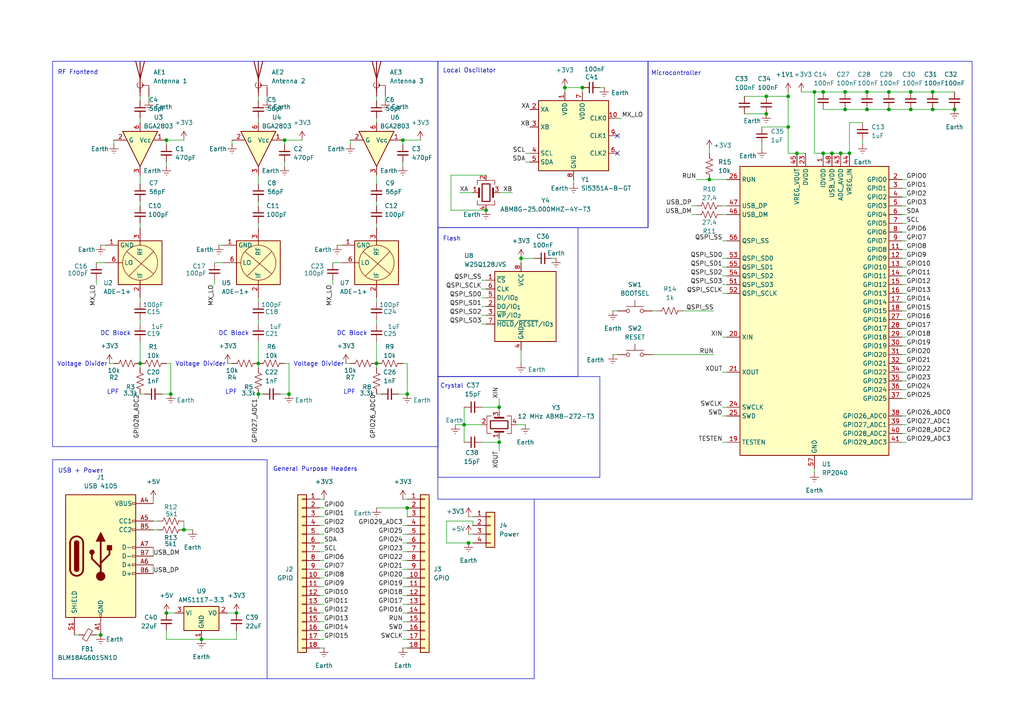
<source format=kicad_sch>
(kicad_sch (version 20250114) (generator "eeschema") (generator_version "9.0")
  (paper "A4")
  (title_block (title "Phase Interferometer") (date "2025-04-25") (rev "1") (company "habtronics") (comment 1 "passive phased array") (comment 2 "A 3-element phase interferometric direction finder for 433 MHz using a "))
  (lib_symbols
    (symbol "Connector:USB_C_Receptacle_USB2.0_14P" (pin_names (offset 1.016))
      (property "Reference" "J" (at 0 22.225 0))
      (property "Value" "USB_C_Receptacle_USB2.0_14P" (at 0 19.685 0))
      (symbol "USB_C_Receptacle_USB2.0_14P_1_1"
        (pin passive line (at -7.62 -22.86 90) (length 5.08) (name "SHIELD") (number "S1"))
        (pin passive line (at 0 -22.86 90) (length 5.08) (name "GND") (number "A1"))
        (pin passive line (at 0 -22.86 90) (length 5.08) (hide yes) (name "GND") (number "A12"))
        (pin passive line (at 0 -22.86 90) (length 5.08) (hide yes) (name "GND") (number "B1"))
        (pin passive line (at 0 -22.86 90) (length 5.08) (hide yes) (name "GND") (number "B12"))
        (pin passive line (at 15.24 15.24 180) (length 5.08) (name "VBUS") (number "A4"))
        (pin passive line (at 15.24 15.24 180) (length 5.08) (hide yes) (name "VBUS") (number "A9"))
        (pin passive line (at 15.24 15.24 180) (length 5.08) (hide yes) (name "VBUS") (number "B4"))
        (pin passive line (at 15.24 15.24 180) (length 5.08) (hide yes) (name "VBUS") (number "B9"))
        (pin bidirectional line (at 15.24 10.16 180) (length 5.08) (name "CC1") (number "A5"))
        (pin bidirectional line (at 15.24 7.62 180) (length 5.08) (name "CC2") (number "B5"))
        (pin bidirectional line (at 15.24 2.54 180) (length 5.08) (name "D-") (number "A7"))
        (pin bidirectional line (at 15.24 0 180) (length 5.08) (name "D-") (number "B7"))
        (pin bidirectional line (at 15.24 -2.54 180) (length 5.08) (name "D+") (number "A6"))
        (pin bidirectional line (at 15.24 -5.08 180) (length 5.08) (name "D+") (number "B6"))
      )
    )
    (symbol "Connector_Generic:Conn_01x04" (pin_names (offset 1.016) (hide yes))
      (property "Reference" "J" (at 0 5.08 0))
      (property "Value" "Conn_01x04" (at 0 -7.62 0))
      (symbol "Conn_01x04_1_1"
        (pin passive line (at -5.08 2.54 0) (length 3.81) (name "Pin_1") (number "1"))
        (pin passive line (at -5.08 0 0) (length 3.81) (name "Pin_2") (number "2"))
        (pin passive line (at -5.08 -2.54 0) (length 3.81) (name "Pin_3") (number "3"))
        (pin passive line (at -5.08 -5.08 0) (length 3.81) (name "Pin_4") (number "4"))
      )
    )
    (symbol "Connector_Generic:Conn_01x18" (pin_names (offset 1.016) (hide yes))
      (property "Reference" "J" (at 0 22.86 0))
      (property "Value" "Conn_01x18" (at 0 -25.4 0))
      (symbol "Conn_01x18_1_1"
        (pin passive line (at -5.08 20.32 0) (length 3.81) (name "Pin_1") (number "1"))
        (pin passive line (at -5.08 17.78 0) (length 3.81) (name "Pin_2") (number "2"))
        (pin passive line (at -5.08 15.24 0) (length 3.81) (name "Pin_3") (number "3"))
        (pin passive line (at -5.08 12.7 0) (length 3.81) (name "Pin_4") (number "4"))
        (pin passive line (at -5.08 10.16 0) (length 3.81) (name "Pin_5") (number "5"))
        (pin passive line (at -5.08 7.62 0) (length 3.81) (name "Pin_6") (number "6"))
        (pin passive line (at -5.08 5.08 0) (length 3.81) (name "Pin_7") (number "7"))
        (pin passive line (at -5.08 2.54 0) (length 3.81) (name "Pin_8") (number "8"))
        (pin passive line (at -5.08 0 0) (length 3.81) (name "Pin_9") (number "9"))
        (pin passive line (at -5.08 -2.54 0) (length 3.81) (name "Pin_10") (number "10"))
        (pin passive line (at -5.08 -5.08 0) (length 3.81) (name "Pin_11") (number "11"))
        (pin passive line (at -5.08 -7.62 0) (length 3.81) (name "Pin_12") (number "12"))
        (pin passive line (at -5.08 -10.16 0) (length 3.81) (name "Pin_13") (number "13"))
        (pin passive line (at -5.08 -12.7 0) (length 3.81) (name "Pin_14") (number "14"))
        (pin passive line (at -5.08 -15.24 0) (length 3.81) (name "Pin_15") (number "15"))
        (pin passive line (at -5.08 -17.78 0) (length 3.81) (name "Pin_16") (number "16"))
        (pin passive line (at -5.08 -20.32 0) (length 3.81) (name "Pin_17") (number "17"))
        (pin passive line (at -5.08 -22.86 0) (length 3.81) (name "Pin_18") (number "18"))
      )
    )
    (symbol "Device:Antenna_Shield" (pin_numbers (hide yes)) (pin_names (offset 1.016) (hide yes))
      (property "Reference" "AE" (at -1.905 4.445 0))
      (property "Value" "Antenna_Shield" (at -1.905 2.54 0))
      (symbol "Antenna_Shield_1_1"
        (pin input line (at 0 -5.08 90) (length 2.54) (name "A") (number "1"))
        (pin input line (at 2.54 -5.08 90) (length 2.54) (name "Shield") (number "2"))
      )
    )
    (symbol "Device:C_Small" (pin_numbers (hide yes)) (pin_names (offset 0.254) (hide yes))
      (property "Reference" "C" (at 0.254 1.778 0))
      (property "Value" "C_Small" (at 0.254 -2.032 0))
      (symbol "C_Small_1_1"
        (pin passive line (at 0 2.54 270) (length 2.032) (name "~") (number "1"))
        (pin passive line (at 0 -2.54 90) (length 2.032) (name "~") (number "2"))
      )
    )
    (symbol "Device:Crystal_GND24" (pin_names (offset 1.016) (hide yes))
      (property "Reference" "Y" (at 3.175 5.08 0))
      (property "Value" "Crystal_GND24" (at 3.175 3.175 0))
      (symbol "Crystal_GND24_1_1"
        (pin passive line (at -3.81 0 0) (length 1.27) (name "1") (number "1"))
        (pin passive line (at 0 5.08 270) (length 1.27) (name "2") (number "2"))
        (pin passive line (at 0 -5.08 90) (length 1.27) (name "4") (number "4"))
        (pin passive line (at 3.81 0 180) (length 1.27) (name "3") (number "3"))
      )
    )
    (symbol "Device:FerriteBead_Small" (pin_numbers (hide yes)) (pin_names (offset 0))
      (property "Reference" "FB" (at 1.905 1.27 0))
      (property "Value" "FerriteBead_Small" (at 1.905 -1.27 0))
      (symbol "FerriteBead_Small_1_1"
        (pin passive line (at 0 2.54 270) (length 1.27) (name "~") (number "1"))
        (pin passive line (at 0 -2.54 90) (length 1.27) (name "~") (number "2"))
      )
    )
    (symbol "Device:R_US" (pin_numbers (hide yes)) (pin_names (offset 0))
      (property "Reference" "R" (at 2.54 0 90))
      (property "Value" "R_US" (at -2.54 0 90))
      (symbol "R_US_1_1"
        (pin passive line (at 0 3.81 270) (length 1.27) (name "~") (number "1"))
        (pin passive line (at 0 -3.81 90) (length 1.27) (name "~") (number "2"))
      )
    )
    (symbol "MCU_RaspberryPi:RP2040"
      (property "Reference" "U" (at 17.78 45.72 0))
      (property "Value" "RP2040" (at 17.78 43.18 0))
      (symbol "RP2040_1_1"
        (pin input line (at -25.4 38.1 0) (length 3.81) (name "RUN") (number "26"))
        (pin bidirectional line (at -25.4 30.48 0) (length 3.81) (name "USB_DP") (number "47"))
        (pin bidirectional line (at -25.4 27.94 0) (length 3.81) (name "USB_DM") (number "46"))
        (pin bidirectional line (at -25.4 20.32 0) (length 3.81) (name "QSPI_SS") (number "56"))
        (pin bidirectional line (at -25.4 15.24 0) (length 3.81) (name "QSPI_SD0") (number "53"))
        (pin bidirectional line (at -25.4 12.7 0) (length 3.81) (name "QSPI_SD1") (number "55"))
        (pin bidirectional line (at -25.4 10.16 0) (length 3.81) (name "QSPI_SD2") (number "54"))
        (pin bidirectional line (at -25.4 7.62 0) (length 3.81) (name "QSPI_SD3") (number "51"))
        (pin output line (at -25.4 5.08 0) (length 3.81) (name "QSPI_SCLK") (number "52"))
        (pin input line (at -25.4 -7.62 0) (length 3.81) (name "XIN") (number "20"))
        (pin passive line (at -25.4 -17.78 0) (length 3.81) (name "XOUT") (number "21"))
        (pin input line (at -25.4 -27.94 0) (length 3.81) (name "SWCLK") (number "24"))
        (pin bidirectional line (at -25.4 -30.48 0) (length 3.81) (name "SWD") (number "25"))
        (pin input line (at -25.4 -38.1 0) (length 3.81) (name "TESTEN") (number "19"))
        (pin power_out line (at -5.08 45.72 270) (length 3.81) (name "VREG_VOUT") (number "45"))
        (pin power_in line (at -2.54 45.72 270) (length 3.81) (name "DVDD") (number "23"))
        (pin passive line (at -2.54 45.72 270) (length 3.81) (hide yes) (name "DVDD") (number "50"))
        (pin power_in line (at 0 -45.72 90) (length 3.81) (name "GND") (number "57"))
        (pin power_in line (at 2.54 45.72 270) (length 3.81) (name "IOVDD") (number "1"))
        (pin passive line (at 2.54 45.72 270) (length 3.81) (hide yes) (name "IOVDD") (number "10"))
        (pin passive line (at 2.54 45.72 270) (length 3.81) (hide yes) (name "IOVDD") (number "22"))
        (pin passive line (at 2.54 45.72 270) (length 3.81) (hide yes) (name "IOVDD") (number "33"))
        (pin passive line (at 2.54 45.72 270) (length 3.81) (hide yes) (name "IOVDD") (number "42"))
        (pin passive line (at 2.54 45.72 270) (length 3.81) (hide yes) (name "IOVDD") (number "49"))
        (pin power_in line (at 5.08 45.72 270) (length 3.81) (name "USB_VDD") (number "48"))
        (pin power_in line (at 7.62 45.72 270) (length 3.81) (name "ADC_AVDD") (number "43"))
        (pin power_in line (at 10.16 45.72 270) (length 3.81) (name "VREG_IN") (number "44"))
        (pin bidirectional line (at 25.4 38.1 180) (length 3.81) (name "GPIO0") (number "2"))
        (pin bidirectional line (at 25.4 35.56 180) (length 3.81) (name "GPIO1") (number "3"))
        (pin bidirectional line (at 25.4 33.02 180) (length 3.81) (name "GPIO2") (number "4"))
        (pin bidirectional line (at 25.4 30.48 180) (length 3.81) (name "GPIO3") (number "5"))
        (pin bidirectional line (at 25.4 27.94 180) (length 3.81) (name "GPIO4") (number "6"))
        (pin bidirectional line (at 25.4 25.4 180) (length 3.81) (name "GPIO5") (number "7"))
        (pin bidirectional line (at 25.4 22.86 180) (length 3.81) (name "GPIO6") (number "8"))
        (pin bidirectional line (at 25.4 20.32 180) (length 3.81) (name "GPIO7") (number "9"))
        (pin bidirectional line (at 25.4 17.78 180) (length 3.81) (name "GPIO8") (number "11"))
        (pin bidirectional line (at 25.4 15.24 180) (length 3.81) (name "GPIO9") (number "12"))
        (pin bidirectional line (at 25.4 12.7 180) (length 3.81) (name "GPIO10") (number "13"))
        (pin bidirectional line (at 25.4 10.16 180) (length 3.81) (name "GPIO11") (number "14"))
        (pin bidirectional line (at 25.4 7.62 180) (length 3.81) (name "GPIO12") (number "15"))
        (pin bidirectional line (at 25.4 5.08 180) (length 3.81) (name "GPIO13") (number "16"))
        (pin bidirectional line (at 25.4 2.54 180) (length 3.81) (name "GPIO14") (number "17"))
        (pin bidirectional line (at 25.4 0 180) (length 3.81) (name "GPIO15") (number "18"))
        (pin bidirectional line (at 25.4 -2.54 180) (length 3.81) (name "GPIO16") (number "27"))
        (pin bidirectional line (at 25.4 -5.08 180) (length 3.81) (name "GPIO17") (number "28"))
        (pin bidirectional line (at 25.4 -7.62 180) (length 3.81) (name "GPIO18") (number "29"))
        (pin bidirectional line (at 25.4 -10.16 180) (length 3.81) (name "GPIO19") (number "30"))
        (pin bidirectional line (at 25.4 -12.7 180) (length 3.81) (name "GPIO20") (number "31"))
        (pin bidirectional line (at 25.4 -15.24 180) (length 3.81) (name "GPIO21") (number "32"))
        (pin bidirectional line (at 25.4 -17.78 180) (length 3.81) (name "GPIO22") (number "34"))
        (pin bidirectional line (at 25.4 -20.32 180) (length 3.81) (name "GPIO23") (number "35"))
        (pin bidirectional line (at 25.4 -22.86 180) (length 3.81) (name "GPIO24") (number "36"))
        (pin bidirectional line (at 25.4 -25.4 180) (length 3.81) (name "GPIO25") (number "37"))
        (pin bidirectional line (at 25.4 -30.48 180) (length 3.81) (name "GPIO26_ADC0") (number "38"))
        (pin bidirectional line (at 25.4 -33.02 180) (length 3.81) (name "GPIO27_ADC1") (number "39"))
        (pin bidirectional line (at 25.4 -35.56 180) (length 3.81) (name "GPIO28_ADC2") (number "40"))
        (pin bidirectional line (at 25.4 -38.1 180) (length 3.81) (name "GPIO29_ADC3") (number "41"))
      )
    )
    (symbol "Memory_Flash:W25Q128JVS"
      (property "Reference" "U" (at -6.35 11.43 0))
      (property "Value" "W25Q128JVS" (at 7.62 11.43 0))
      (symbol "W25Q128JVS_1_1"
        (pin input line (at -10.16 7.62 0) (length 2.54) (name "~{CS}") (number "1"))
        (pin input line (at -10.16 5.08 0) (length 2.54) (name "CLK") (number "6"))
        (pin bidirectional line (at -10.16 2.54 0) (length 2.54) (name "DI/IO_{0}") (number "5"))
        (pin bidirectional line (at -10.16 0 0) (length 2.54) (name "DO/IO_{1}") (number "2"))
        (pin bidirectional line (at -10.16 -2.54 0) (length 2.54) (name "~{WP}/IO_{2}") (number "3"))
        (pin bidirectional line (at -10.16 -5.08 0) (length 2.54) (name "~{HOLD}/~{RESET}/IO_{3}") (number "7"))
        (pin power_in line (at 0 12.7 270) (length 2.54) (name "VCC") (number "8"))
        (pin power_in line (at 0 -12.7 90) (length 2.54) (name "GND") (number "4"))
      )
    )
    (symbol "Oscillator:Si5351A-B-GT"
      (property "Reference" "Y" (at -8.89 11.43 0))
      (property "Value" "Si5351A-B-GT" (at -12.7 -12.7 0))
      (symbol "Si5351A-B-GT_1_1"
        (pin input line (at -12.7 7.62 0) (length 2.54) (name "XA") (number "2"))
        (pin input line (at -12.7 2.54 0) (length 2.54) (name "XB") (number "3"))
        (pin input line (at -12.7 -5.08 0) (length 2.54) (name "SCL") (number "4"))
        (pin bidirectional line (at -12.7 -7.62 0) (length 2.54) (name "SDA") (number "5"))
        (pin power_in line (at -2.54 12.7 270) (length 2.54) (name "VDD") (number "1"))
        (pin power_in line (at 0 -12.7 90) (length 2.54) (name "GND") (number "8"))
        (pin power_in line (at 2.54 12.7 270) (length 2.54) (name "VDDO") (number "7"))
        (pin output line (at 12.7 5.08 180) (length 2.54) (name "CLK0") (number "10"))
        (pin output line (at 12.7 0 180) (length 2.54) (name "CLK1") (number "9"))
        (pin output line (at 12.7 -5.08 180) (length 2.54) (name "CLK2") (number "6"))
      )
    )
    (symbol "RF_Amplifier:BGA2803"
      (property "Reference" "U" (at 2.54 6.35 0))
      (property "Value" "BGA2803" (at 3.81 3.81 0))
      (symbol "BGA2803_1_1"
        (pin input line (at -7.62 0 0) (length 2.54) (name "~") (number "6"))
        (pin power_in line (at -2.54 7.62 270) (length 3.81) (name "Vcc") (number "1"))
        (pin power_in line (at -2.54 -7.62 90) (length 3.81) (name "G") (number "2"))
        (pin passive line (at -2.54 -7.62 90) (length 3.81) (hide yes) (name "G") (number "4"))
        (pin passive line (at -2.54 -7.62 90) (length 3.81) (hide yes) (name "G") (number "5"))
        (pin output line (at 7.62 0 180) (length 2.54) (name "~") (number "3"))
      )
    )
    (symbol "RF_Mixer_Extended:ADE-1+"
      (property "Reference" "U" (at -6.35 7.62 0))
      (property "Value" "ADE-1+" (at 6.35 7.62 0))
      (symbol "ADE-1+_1_1"
        (pin input line (at -10.16 0 0) (length 5.08) (name "RF") (number "3"))
        (pin power_in line (at -5.08 -10.16 90) (length 3.81) (name "GND") (number "1"))
        (pin passive line (at -5.08 -10.16 90) (length 3.81) (hide yes) (name "GND") (number "4"))
        (pin passive line (at -5.08 -10.16 90) (length 3.81) (hide yes) (name "GND") (number "5"))
        (pin input line (at 0 -10.16 90) (length 5.08) (name "LO") (number "6"))
        (pin output line (at 10.16 0 180) (length 5.08) (name "IF") (number "2"))
      )
    )
    (symbol "Regulator_Linear:AMS1117-3.3"
      (property "Reference" "U" (at -3.81 3.175 0))
      (property "Value" "AMS1117-3.3" (at 0 3.175 0))
      (symbol "AMS1117-3.3_1_1"
        (pin power_in line (at -7.62 0 0) (length 2.54) (name "VI") (number "3"))
        (pin power_in line (at 0 -7.62 90) (length 2.54) (name "GND") (number "1"))
        (pin power_out line (at 7.62 0 180) (length 2.54) (name "VO") (number "2"))
      )
    )
    (symbol "Switch:SW_Push" (pin_numbers (hide yes)) (pin_names (offset 1.016) (hide yes))
      (property "Reference" "SW" (at 1.27 2.54 0))
      (property "Value" "SW_Push" (at 0 -1.524 0))
      (symbol "SW_Push_0_1"
        (pin passive line (at -5.08 0 0) (length 2.54) (name "1") (number "1"))
        (pin passive line (at 5.08 0 180) (length 2.54) (name "2") (number "2"))
      )
    )
    (symbol "power:+1V1" (power) (pin_numbers (hide yes)) (pin_names (offset 0) (hide yes))
      (property "Value" "+1V1" (at 0 3.556 0))
      (symbol "+1V1_1_1"
        (pin power_in line (at 0 0 90) (length 0) (name "~") (number "1"))
      )
    )
    (symbol "power:+3V3" (power) (pin_numbers (hide yes)) (pin_names (offset 0) (hide yes))
      (property "Value" "+3V3" (at 0 3.556 0))
      (symbol "+3V3_1_1"
        (pin power_in line (at 0 0 90) (length 0) (name "~") (number "1"))
      )
    )
    (symbol "power:+5V" (power) (pin_numbers (hide yes)) (pin_names (offset 0) (hide yes))
      (property "Value" "+5V" (at 0 3.556 0))
      (symbol "+5V_1_1"
        (pin power_in line (at 0 0 90) (length 0) (name "~") (number "1"))
      )
    )
    (symbol "power:Earth" (power) (pin_numbers (hide yes)) (pin_names (offset 0) (hide yes))
      (property "Value" "Earth" (at 0 -3.81 0))
      (symbol "Earth_1_1"
        (pin power_in line (at 0 0 270) (length 0) (name "~") (number "1"))
      )
    )
  )
  (rectangle (start 127 66.04) (end 167.64 109.22))
  (rectangle (start 127 17.78) (end 187.96 66.04))
  (rectangle (start 15.24 17.78) (end 127 129.54))
  (rectangle (start 15.24 133.35) (end 77.47 196.85))
  (rectangle (start 127 109.22) (end 173.99 138.43))
  (text "LPF" (at 101.346 113.792 0) (effects (font (size 1.27 1.27))))
  (text "LPF" (at 32.766 113.792 0) (effects (font (size 1.27 1.27))))
  (text "Local Oscillator" (at 136.144 20.574 0) (effects (font (size 1.27 1.27))))
  (text "Voltage Divider" (at 23.876 105.664 0) (effects (font (size 1.27 1.27))))
  (text "DC Block" (at 102.108 96.774 0) (effects (font (size 1.27 1.27))))
  (text "Voltage Divider" (at 92.456 105.664 0) (effects (font (size 1.27 1.27))))
  (text "USB + Power" (at 23.368 136.652 0) (effects (font (size 1.27 1.27))))
  (text "General Purpose Headers\n" (at 91.44 136.144 0) (effects (font (size 1.27 1.27))))
  (text "Microcontroller" (at 196.088 21.336 0) (effects (font (size 1.27 1.27))))
  (text "Flash" (at 131.064 69.342 0) (effects (font (size 1.27 1.27))))
  (text "Crystal\n" (at 131.064 112.014 0) (effects (font (size 1.27 1.27))))
  (text "RF Frontend" (at 22.606 21.082 0) (effects (font (size 1.27 1.27))))
  (text "Voltage Divider" (at 58.166 105.664 0) (effects (font (size 1.27 1.27))))
  (text "DC Block" (at 33.528 96.774 0) (effects (font (size 1.27 1.27))))
  (text "DC Block" (at 67.818 96.774 0) (effects (font (size 1.27 1.27))))
  (text "LPF" (at 67.056 113.792 0) (effects (font (size 1.27 1.27))))
  (junction (at 74.93 105.41))
  (junction (at 245.11 31.75))
  (junction (at 163.83 25.4))
  (junction (at 144.78 128.27))
  (junction (at 53.34 153.67))
  (junction (at 74.93 114.3))
  (junction (at 140.97 60.96))
  (junction (at 222.25 27.94))
  (junction (at 243.84 44.45))
  (junction (at 270.51 31.75))
  (junction (at 236.22 26.67))
  (junction (at 251.46 26.67))
  (junction (at 238.76 44.45))
  (junction (at 109.22 105.41))
  (junction (at 205.74 52.07))
  (junction (at 264.16 31.75))
  (junction (at 48.26 177.8))
  (junction (at 40.64 105.41))
  (junction (at 68.58 177.8))
  (junction (at 29.21 184.15))
  (junction (at 241.3 44.45))
  (junction (at 83.82 114.3))
  (junction (at 144.78 118.11))
  (junction (at 82.55 40.64))
  (junction (at 118.11 147.32))
  (junction (at 231.14 44.45))
  (junction (at 151.13 74.93))
  (junction (at 264.16 26.67))
  (junction (at 135.89 157.48))
  (junction (at 222.25 33.02))
  (junction (at 116.84 40.64))
  (junction (at 228.6 36.83))
  (junction (at 276.86 31.75))
  (junction (at 257.81 26.67))
  (junction (at 270.51 26.67))
  (junction (at 245.11 26.67))
  (junction (at 168.91 25.4))
  (junction (at 257.81 31.75))
  (junction (at 49.53 114.3))
  (junction (at 228.6 27.94))
  (junction (at 134.62 123.19))
  (junction (at 238.76 26.67))
  (junction (at 48.26 40.64))
  (junction (at 246.38 44.45))
  (junction (at 118.11 114.3))
  (junction (at 58.42 185.42))
  (junction (at 251.46 31.75))
  (no_connect (at 179.07 39.37))
  (no_connect (at 179.07 44.45))
  (wire (pts (xy 262.89 72.39) (xy 261.62 72.39)))
  (wire (pts (xy 137.16 151.13) (xy 129.54 151.13)))
  (wire (pts (xy 116.84 167.64) (xy 118.11 167.64)))
  (wire (pts (xy 109.22 106.68) (xy 109.22 105.41)))
  (wire (pts (xy 139.7 128.27) (xy 144.78 128.27)))
  (wire (pts (xy 116.84 177.8) (xy 118.11 177.8)))
  (wire (pts (xy 152.4 44.45) (xy 153.67 44.45)))
  (wire (pts (xy 116.84 40.64) (xy 121.92 40.64)))
  (wire (pts (xy 135.89 157.48) (xy 137.16 157.48)))
  (wire (pts (xy 232.41 26.67) (xy 236.22 26.67)))
  (wire (pts (xy 109.22 93.98) (xy 109.22 92.71)))
  (wire (pts (xy 96.52 76.2) (xy 99.06 76.2)))
  (wire (pts (xy 209.55 85.09) (xy 210.82 85.09)))
  (wire (pts (xy 115.57 114.3) (xy 118.11 114.3)))
  (wire (pts (xy 116.84 180.34) (xy 118.11 180.34)))
  (wire (pts (xy 116.84 182.88) (xy 118.11 182.88)))
  (wire (pts (xy 118.11 105.41) (xy 116.84 105.41)))
  (wire (pts (xy 262.89 82.55) (xy 261.62 82.55)))
  (wire (pts (xy 116.84 144.78) (xy 118.11 144.78)))
  (wire (pts (xy 116.84 170.18) (xy 118.11 170.18)))
  (wire (pts (xy 262.89 59.69) (xy 261.62 59.69)))
  (wire (pts (xy 251.46 26.67) (xy 257.81 26.67)))
  (wire (pts (xy 209.55 74.93) (xy 210.82 74.93)))
  (wire (pts (xy 215.9 33.02) (xy 222.25 33.02)))
  (wire (pts (xy 62.23 82.55) (xy 62.23 81.28)))
  (wire (pts (xy 68.58 185.42) (xy 58.42 185.42)))
  (polyline (pts (xy 77.47 196.85) (xy 154.94 196.85)))
  (wire (pts (xy 118.11 114.3) (xy 118.11 105.41)))
  (wire (pts (xy 135.89 149.86) (xy 137.16 149.86)))
  (wire (pts (xy 207.01 90.17) (xy 198.12 90.17)))
  (wire (pts (xy 67.31 41.91) (xy 67.31 40.64)))
  (wire (pts (xy 250.19 35.56) (xy 246.38 35.56)))
  (wire (pts (xy 209.55 118.11) (xy 210.82 118.11)))
  (wire (pts (xy 68.58 182.88) (xy 68.58 185.42)))
  (wire (pts (xy 66.04 105.41) (xy 67.31 105.41)))
  (wire (pts (xy 209.55 128.27) (xy 210.82 128.27)))
  (wire (pts (xy 109.22 64.77) (xy 109.22 66.04)))
  (wire (pts (xy 215.9 27.94) (xy 222.25 27.94)))
  (wire (pts (xy 48.26 40.64) (xy 53.34 40.64)))
  (wire (pts (xy 63.5 71.12) (xy 64.77 71.12)))
  (wire (pts (xy 92.71 165.1) (xy 93.98 165.1)))
  (wire (pts (xy 92.71 162.56) (xy 93.98 162.56)))
  (wire (pts (xy 262.89 74.93) (xy 261.62 74.93)))
  (wire (pts (xy 257.81 31.75) (xy 264.16 31.75)))
  (wire (pts (xy 116.84 175.26) (xy 118.11 175.26)))
  (wire (pts (xy 262.89 125.73) (xy 261.62 125.73)))
  (wire (pts (xy 49.53 105.41) (xy 48.26 105.41)))
  (wire (pts (xy 246.38 35.56) (xy 246.38 44.45)))
  (wire (pts (xy 74.93 34.29) (xy 74.93 35.56)))
  (wire (pts (xy 77.47 29.21) (xy 77.47 27.94)))
  (wire (pts (xy 262.89 62.23) (xy 261.62 62.23)))
  (wire (pts (xy 109.22 59.69) (xy 109.22 58.42)))
  (wire (pts (xy 245.11 26.67) (xy 251.46 26.67)))
  (wire (pts (xy 45.72 153.67) (xy 44.45 153.67)))
  (wire (pts (xy 130.81 60.96) (xy 140.97 60.96)))
  (wire (pts (xy 228.6 36.83) (xy 228.6 44.45)))
  (wire (pts (xy 55.88 153.67) (xy 53.34 153.67)))
  (wire (pts (xy 133.35 55.88) (xy 137.16 55.88)))
  (wire (pts (xy 262.89 80.01) (xy 261.62 80.01)))
  (wire (pts (xy 241.3 44.45) (xy 243.84 44.45)))
  (wire (pts (xy 130.81 50.8) (xy 130.81 60.96)))
  (wire (pts (xy 116.84 157.48) (xy 118.11 157.48)))
  (wire (pts (xy 116.84 160.02) (xy 118.11 160.02)))
  (wire (pts (xy 140.97 50.8) (xy 130.81 50.8)))
  (wire (pts (xy 31.75 105.41) (xy 33.02 105.41)))
  (wire (pts (xy 101.6 41.91) (xy 101.6 40.64)))
  (wire (pts (xy 262.89 110.49) (xy 261.62 110.49)))
  (wire (pts (xy 139.7 83.82) (xy 140.97 83.82)))
  (wire (pts (xy 129.54 151.13) (xy 129.54 157.48)))
  (wire (pts (xy 262.89 123.19) (xy 261.62 123.19)))
  (wire (pts (xy 48.26 177.8) (xy 50.8 177.8)))
  (wire (pts (xy 118.11 147.32) (xy 118.11 149.86)))
  (wire (pts (xy 116.84 172.72) (xy 118.11 172.72)))
  (wire (pts (xy 148.59 55.88) (xy 144.78 55.88)))
  (wire (pts (xy 236.22 44.45) (xy 236.22 26.67)))
  (wire (pts (xy 97.79 71.12) (xy 99.06 71.12)))
  (wire (pts (xy 48.26 46.99) (xy 48.26 48.26)))
  (wire (pts (xy 137.16 152.4) (xy 137.16 151.13)))
  (wire (pts (xy 45.72 151.13) (xy 44.45 151.13)))
  (wire (pts (xy 139.7 86.36) (xy 140.97 86.36)))
  (wire (pts (xy 177.8 90.17) (xy 179.07 90.17)))
  (wire (pts (xy 129.54 157.48) (xy 135.89 157.48)))
  (wire (pts (xy 190.5 90.17) (xy 189.23 90.17)))
  (wire (pts (xy 139.7 118.11) (xy 144.78 118.11)))
  (wire (pts (xy 231.14 44.45) (xy 233.68 44.45)))
  (wire (pts (xy 134.62 118.11) (xy 134.62 123.19)))
  (wire (pts (xy 139.7 81.28) (xy 140.97 81.28)))
  (wire (pts (xy 82.55 40.64) (xy 82.55 41.91)))
  (wire (pts (xy 116.84 165.1) (xy 118.11 165.1)))
  (wire (pts (xy 74.93 106.68) (xy 74.93 105.41)))
  (wire (pts (xy 151.13 74.93) (xy 151.13 76.2)))
  (wire (pts (xy 177.8 102.87) (xy 179.07 102.87)))
  (wire (pts (xy 200.66 59.69) (xy 201.93 59.69)))
  (wire (pts (xy 262.89 92.71) (xy 261.62 92.71)))
  (polyline (pts (xy 127 66.04) (xy 187.96 66.04)))
  (wire (pts (xy 83.82 114.3) (xy 83.82 105.41)))
  (wire (pts (xy 245.11 31.75) (xy 251.46 31.75)))
  (wire (pts (xy 262.89 85.09) (xy 261.62 85.09)))
  (wire (pts (xy 257.81 26.67) (xy 264.16 26.67)))
  (wire (pts (xy 46.99 114.3) (xy 49.53 114.3)))
  (wire (pts (xy 92.71 172.72) (xy 93.98 172.72)))
  (wire (pts (xy 264.16 31.75) (xy 270.51 31.75)))
  (polyline (pts (xy 187.96 17.78) (xy 281.94 17.78)))
  (wire (pts (xy 92.71 170.18) (xy 93.98 170.18)))
  (wire (pts (xy 209.55 59.69) (xy 210.82 59.69)))
  (wire (pts (xy 116.84 187.96) (xy 118.11 187.96)))
  (wire (pts (xy 220.98 43.18) (xy 220.98 41.91)))
  (wire (pts (xy 209.55 62.23) (xy 210.82 62.23)))
  (wire (pts (xy 262.89 69.85) (xy 261.62 69.85)))
  (wire (pts (xy 92.71 157.48) (xy 93.98 157.48)))
  (wire (pts (xy 209.55 97.79) (xy 210.82 97.79)))
  (wire (pts (xy 262.89 52.07) (xy 261.62 52.07)))
  (wire (pts (xy 134.62 123.19) (xy 134.62 128.27)))
  (wire (pts (xy 92.71 152.4) (xy 93.98 152.4)))
  (wire (pts (xy 132.08 123.19) (xy 134.62 123.19)))
  (wire (pts (xy 168.91 25.4) (xy 168.91 26.67)))
  (wire (pts (xy 43.18 29.21) (xy 43.18 27.94)))
  (wire (pts (xy 135.89 154.94) (xy 137.16 154.94)))
  (wire (pts (xy 200.66 62.23) (xy 201.93 62.23)))
  (wire (pts (xy 92.71 149.86) (xy 93.98 149.86)))
  (wire (pts (xy 109.22 87.63) (xy 109.22 86.36)))
  (wire (pts (xy 238.76 44.45) (xy 236.22 44.45)))
  (wire (pts (xy 111.76 29.21) (xy 111.76 27.94)))
  (wire (pts (xy 149.86 123.19) (xy 152.4 123.19)))
  (wire (pts (xy 262.89 67.31) (xy 261.62 67.31)))
  (wire (pts (xy 92.71 182.88) (xy 93.98 182.88)))
  (wire (pts (xy 207.01 102.87) (xy 189.23 102.87)))
  (wire (pts (xy 228.6 27.94) (xy 222.25 27.94)))
  (wire (pts (xy 40.64 105.41) (xy 40.64 99.06)))
  (wire (pts (xy 262.89 100.33) (xy 261.62 100.33)))
  (wire (pts (xy 40.64 34.29) (xy 40.64 35.56)))
  (wire (pts (xy 264.16 26.67) (xy 270.51 26.67)))
  (wire (pts (xy 144.78 115.57) (xy 144.78 118.11)))
  (wire (pts (xy 40.64 59.69) (xy 40.64 58.42)))
  (wire (pts (xy 21.59 184.15) (xy 22.86 184.15)))
  (wire (pts (xy 40.64 64.77) (xy 40.64 66.04)))
  (wire (pts (xy 262.89 97.79) (xy 261.62 97.79)))
  (wire (pts (xy 262.89 107.95) (xy 261.62 107.95)))
  (wire (pts (xy 92.71 167.64) (xy 93.98 167.64)))
  (wire (pts (xy 166.37 53.34) (xy 166.37 52.07)))
  (wire (pts (xy 209.55 80.01) (xy 210.82 80.01)))
  (wire (pts (xy 228.6 44.45) (xy 231.14 44.45)))
  (wire (pts (xy 44.45 144.78) (xy 44.45 146.05)))
  (wire (pts (xy 93.98 187.96) (xy 92.71 187.96)))
  (wire (pts (xy 262.89 57.15) (xy 261.62 57.15)))
  (wire (pts (xy 82.55 40.64) (xy 87.63 40.64)))
  (wire (pts (xy 116.84 162.56) (xy 118.11 162.56)))
  (wire (pts (xy 262.89 54.61) (xy 261.62 54.61)))
  (wire (pts (xy 163.83 25.4) (xy 163.83 26.67)))
  (wire (pts (xy 270.51 31.75) (xy 276.86 31.75)))
  (wire (pts (xy 74.93 27.94) (xy 74.93 29.21)))
  (wire (pts (xy 92.71 154.94) (xy 93.98 154.94)))
  (polyline (pts (xy 127 144.78) (xy 127 66.04)))
  (wire (pts (xy 40.64 87.63) (xy 40.64 86.36)))
  (wire (pts (xy 116.84 46.99) (xy 116.84 48.26)))
  (wire (pts (xy 33.02 41.91) (xy 33.02 40.64)))
  (wire (pts (xy 144.78 130.81) (xy 144.78 128.27)))
  (wire (pts (xy 139.7 93.98) (xy 140.97 93.98)))
  (wire (pts (xy 82.55 46.99) (xy 82.55 48.26)))
  (wire (pts (xy 144.78 118.11) (xy 144.78 119.38)))
  (wire (pts (xy 139.7 88.9) (xy 140.97 88.9)))
  (wire (pts (xy 74.93 64.77) (xy 74.93 66.04)))
  (wire (pts (xy 92.71 177.8) (xy 93.98 177.8)))
  (wire (pts (xy 220.98 36.83) (xy 228.6 36.83)))
  (wire (pts (xy 40.64 106.68) (xy 40.64 105.41)))
  (wire (pts (xy 236.22 26.67) (xy 238.76 26.67)))
  (wire (pts (xy 74.93 114.3) (xy 74.93 115.57)))
  (wire (pts (xy 238.76 26.67) (xy 245.11 26.67)))
  (wire (pts (xy 228.6 27.94) (xy 228.6 36.83)))
  (wire (pts (xy 262.89 105.41) (xy 261.62 105.41)))
  (wire (pts (xy 62.23 76.2) (xy 64.77 76.2)))
  (wire (pts (xy 139.7 91.44) (xy 140.97 91.44)))
  (wire (pts (xy 27.94 184.15) (xy 29.21 184.15)))
  (wire (pts (xy 236.22 137.16) (xy 236.22 135.89)))
  (wire (pts (xy 74.93 87.63) (xy 74.93 86.36)))
  (wire (pts (xy 251.46 31.75) (xy 257.81 31.75)))
  (wire (pts (xy 109.22 34.29) (xy 109.22 35.56)))
  (wire (pts (xy 262.89 128.27) (xy 261.62 128.27)))
  (wire (pts (xy 49.53 114.3) (xy 49.53 105.41)))
  (wire (pts (xy 92.71 147.32) (xy 93.98 147.32)))
  (wire (pts (xy 109.22 105.41) (xy 109.22 99.06)))
  (wire (pts (xy 93.98 144.78) (xy 92.71 144.78)))
  (wire (pts (xy 238.76 44.45) (xy 241.3 44.45)))
  (wire (pts (xy 74.93 93.98) (xy 74.93 92.71)))
  (wire (pts (xy 48.26 185.42) (xy 48.26 182.88)))
  (wire (pts (xy 116.84 185.42) (xy 118.11 185.42)))
  (wire (pts (xy 74.93 59.69) (xy 74.93 58.42)))
  (wire (pts (xy 74.93 53.34) (xy 74.93 50.8)))
  (wire (pts (xy 109.22 147.32) (xy 118.11 147.32)))
  (wire (pts (xy 209.55 120.65) (xy 210.82 120.65)))
  (wire (pts (xy 109.22 27.94) (xy 109.22 29.21)))
  (wire (pts (xy 238.76 31.75) (xy 245.11 31.75)))
  (wire (pts (xy 152.4 46.99) (xy 153.67 46.99)))
  (wire (pts (xy 40.64 53.34) (xy 40.64 50.8)))
  (wire (pts (xy 175.26 25.4) (xy 173.99 25.4)))
  (wire (pts (xy 44.45 158.75) (xy 44.45 161.29)))
  (wire (pts (xy 68.58 177.8) (xy 66.04 177.8)))
  (wire (pts (xy 29.21 71.12) (xy 30.48 71.12)))
  (wire (pts (xy 250.19 41.91) (xy 250.19 40.64)))
  (wire (pts (xy 53.34 151.13) (xy 53.34 153.67)))
  (wire (pts (xy 262.89 77.47) (xy 261.62 77.47)))
  (polyline (pts (xy 281.94 17.78) (xy 281.94 144.78)))
  (wire (pts (xy 81.28 114.3) (xy 83.82 114.3)))
  (wire (pts (xy 109.22 114.3) (xy 110.49 114.3)))
  (wire (pts (xy 83.82 105.41) (xy 82.55 105.41)))
  (polyline (pts (xy 187.96 17.78) (xy 187.96 66.04)))
  (wire (pts (xy 163.83 25.4) (xy 168.91 25.4)))
  (wire (pts (xy 92.71 180.34) (xy 93.98 180.34)))
  (wire (pts (xy 96.52 82.55) (xy 96.52 81.28)))
  (wire (pts (xy 92.71 160.02) (xy 93.98 160.02)))
  (wire (pts (xy 109.22 53.34) (xy 109.22 50.8)))
  (wire (pts (xy 262.89 115.57) (xy 261.62 115.57)))
  (wire (pts (xy 243.84 44.45) (xy 246.38 44.45)))
  (wire (pts (xy 151.13 74.93) (xy 154.94 74.93)))
  (wire (pts (xy 44.45 163.83) (xy 44.45 166.37)))
  (wire (pts (xy 209.55 82.55) (xy 210.82 82.55)))
  (wire (pts (xy 262.89 113.03) (xy 261.62 113.03)))
  (wire (pts (xy 262.89 102.87) (xy 261.62 102.87)))
  (wire (pts (xy 205.74 43.18) (xy 205.74 44.45)))
  (wire (pts (xy 40.64 114.3) (xy 41.91 114.3)))
  (wire (pts (xy 58.42 185.42) (xy 48.26 185.42)))
  (wire (pts (xy 144.78 128.27) (xy 144.78 127)))
  (wire (pts (xy 262.89 64.77) (xy 261.62 64.77)))
  (wire (pts (xy 179.07 34.29) (xy 180.34 34.29)))
  (wire (pts (xy 92.71 185.42) (xy 93.98 185.42)))
  (wire (pts (xy 40.64 27.94) (xy 40.64 29.21)))
  (wire (pts (xy 228.6 26.67) (xy 228.6 27.94)))
  (wire (pts (xy 209.55 77.47) (xy 210.82 77.47)))
  (wire (pts (xy 116.84 154.94) (xy 118.11 154.94)))
  (wire (pts (xy 201.93 52.07) (xy 205.74 52.07)))
  (wire (pts (xy 100.33 105.41) (xy 101.6 105.41)))
  (wire (pts (xy 161.29 74.93) (xy 160.02 74.93)))
  (wire (pts (xy 262.89 90.17) (xy 261.62 90.17)))
  (wire (pts (xy 74.93 114.3) (xy 76.2 114.3)))
  (wire (pts (xy 209.55 69.85) (xy 210.82 69.85)))
  (wire (pts (xy 262.89 120.65) (xy 261.62 120.65)))
  (wire (pts (xy 27.94 76.2) (xy 30.48 76.2)))
  (wire (pts (xy 134.62 123.19) (xy 139.7 123.19)))
  (wire (pts (xy 74.93 105.41) (xy 74.93 99.06)))
  (wire (pts (xy 270.51 26.67) (xy 276.86 26.67)))
  (wire (pts (xy 262.89 87.63) (xy 261.62 87.63)))
  (polyline (pts (xy 154.94 144.78) (xy 154.94 196.85)))
  (wire (pts (xy 116.84 152.4) (xy 118.11 152.4)))
  (wire (pts (xy 40.64 93.98) (xy 40.64 92.71)))
  (wire (pts (xy 48.26 40.64) (xy 48.26 41.91)))
  (wire (pts (xy 116.84 40.64) (xy 116.84 41.91)))
  (wire (pts (xy 151.13 101.6) (xy 151.13 105.41)))
  (polyline (pts (xy 281.94 144.78) (xy 127 144.78)))
  (wire (pts (xy 262.89 95.25) (xy 261.62 95.25)))
  (wire (pts (xy 27.94 82.55) (xy 27.94 81.28)))
  (wire (pts (xy 92.71 175.26) (xy 93.98 175.26)))
  (wire (pts (xy 205.74 52.07) (xy 210.82 52.07)))
  (wire (pts (xy 209.55 107.95) (xy 210.82 107.95)))
  (label "TESTEN" (at 209.55 128.27 180))
  (label "GPIO3" (at 262.89 59.69 0))
  (label "GPIO6" (at 262.89 67.31 0))
  (label "GPIO0" (at 262.89 52.07 0))
  (label "MX_LO" (at 96.52 82.55 270))
  (label "USB_DP" (at 44.45 166.37 0))
  (label "SWD" (at 116.84 182.88 180))
  (label "SWCLK" (at 209.55 118.11 180))
  (label "XIN" (at 209.55 97.79 180))
  (label "GPIO8" (at 93.98 167.64 0))
  (label "SWD" (at 209.55 120.65 180))
  (label "GPIO13" (at 93.98 180.34 0))
  (label "GPIO13" (at 262.89 85.09 0))
  (label "GPIO24" (at 116.84 157.48 180))
  (label "GPIO18" (at 116.84 172.72 180))
  (label "QSPI_SD3" (at 209.55 82.55 180))
  (label "GPIO14" (at 93.98 182.88 0))
  (label "GPIO19" (at 116.84 170.18 180))
  (label "GPIO25" (at 262.89 115.57 0))
  (label "GPIO24" (at 262.89 113.03 0))
  (label "GPIO20" (at 116.84 167.64 180))
  (label "RUN" (at 116.84 180.34 180))
  (label "MX_LO" (at 62.23 82.55 270))
  (label "XOUT" (at 144.78 130.81 270))
  (label "USB_DP" (at 200.66 59.69 180))
  (label "GPIO3" (at 93.98 154.94 0))
  (label "SDA" (at 93.98 157.48 0))
  (label "GPIO12" (at 93.98 177.8 0))
  (label "GPIO28_ADC2" (at 262.89 125.73 0))
  (label "GPIO6" (at 93.98 162.56 0))
  (label "XA" (at 133.35 55.88 0))
  (label "GPIO9" (at 262.89 74.93 0))
  (label "MX_LO" (at 180.34 34.29 0))
  (label "GPIO26_ADC0" (at 109.22 114.3 270))
  (label "GPIO20" (at 262.89 102.87 0))
  (label "GPIO26_ADC0" (at 262.89 120.65 0))
  (label "USB_DM" (at 44.45 161.29 0))
  (label "GPIO14" (at 262.89 87.63 0))
  (label "GPIO23" (at 116.84 160.02 180))
  (label "XB" (at 148.59 55.88 180))
  (label "GPIO9" (at 93.98 170.18 0))
  (label "GPIO15" (at 93.98 185.42 0))
  (label "GPIO23" (at 262.89 110.49 0))
  (label "GPIO11" (at 262.89 80.01 0))
  (label "GPIO28_ADC2" (at 40.64 114.3 270))
  (label "QSPI_SD3" (at 139.7 93.98 180))
  (label "QSPI_SD1" (at 139.7 88.9 180))
  (label "GPIO10" (at 93.98 172.72 0))
  (label "GPIO29_ADC3" (at 262.89 128.27 0))
  (label "GPIO7" (at 262.89 69.85 0))
  (label "SCL" (at 152.4 44.45 180))
  (label "QSPI_SD0" (at 209.55 74.93 180))
  (label "GPIO17" (at 116.84 175.26 180))
  (label "GPIO16" (at 116.84 177.8 180))
  (label "GPIO1" (at 262.89 54.61 0))
  (label "GPIO22" (at 262.89 107.95 0))
  (label "QSPI_SS" (at 207.01 90.17 180))
  (label "QSPI_SCLK" (at 139.7 83.82 180))
  (label "GPIO27_ADC1" (at 262.89 123.19 0))
  (label "GPIO2" (at 262.89 57.15 0))
  (label "XB" (at 153.67 36.83 180))
  (label "SDA" (at 152.4 46.99 180))
  (label "GPIO11" (at 93.98 175.26 0))
  (label "GPIO25" (at 116.84 154.94 180))
  (label "GPIO21" (at 116.84 165.1 180))
  (label "GPIO22" (at 116.84 162.56 180))
  (label "QSPI_SD2" (at 209.55 80.01 180))
  (label "QSPI_SS" (at 139.7 81.28 180))
  (label "XA" (at 153.67 31.75 180))
  (label "GPIO21" (at 262.89 105.41 0))
  (label "GPIO2" (at 93.98 152.4 0))
  (label "XOUT" (at 209.55 107.95 180))
  (label "GPIO18" (at 262.89 97.79 0))
  (label "GPIO27_ADC1" (at 74.93 115.57 270))
  (label "QSPI_SD1" (at 209.55 77.47 180))
  (label "USB_DM" (at 200.66 62.23 180))
  (label "SWCLK" (at 116.84 185.42 180))
  (label "GPIO12" (at 262.89 82.55 0))
  (label "SCL" (at 93.98 160.02 0))
  (label "QSPI_SD0" (at 139.7 86.36 180))
  (label "MX_LO" (at 27.94 82.55 270))
  (label "GPIO8" (at 262.89 72.39 0))
  (label "GPIO29_ADC3" (at 116.84 152.4 180))
  (label "GPIO15" (at 262.89 90.17 0))
  (label "GPIO0" (at 93.98 147.32 0))
  (label "GPIO19" (at 262.89 100.33 0))
  (label "XIN" (at 144.78 115.57 90))
  (label "GPIO10" (at 262.89 77.47 0))
  (label "QSPI_SD2" (at 139.7 91.44 180))
  (label "GPIO1" (at 93.98 149.86 0))
  (label "GPIO7" (at 93.98 165.1 0))
  (label "RUN" (at 207.01 102.87 180))
  (label "RUN" (at 201.93 52.07 180))
  (label "GPIO17" (at 262.89 95.25 0))
  (label "QSPI_SS" (at 209.55 69.85 180))
  (label "QSPI_SCLK" (at 209.55 85.09 180))
  (label "SDA" (at 262.89 62.23 0))
  (label "GPIO16" (at 262.89 92.71 0))
  (label "SCL" (at 262.89 64.77 0))
  (symbol (lib_id "power:Earth") (at 109.22 147.32 0) (unit 1)
    (property "Reference" "#PWR045" (effects (hide yes)))
    (property "Value" "Earth" (at 105.156 148.844 0))
    (property "Description" "Power symbol creates a global label with name \"Earth\"" (effects (hide yes)))
  )
  (symbol (lib_id "power:+3V3") (at 163.83 25.4 0) (unit 1)
    (property "Reference" "#PWR015" (effects (hide yes)))
    (property "Value" "+3V3" (at 163.83 20.32 0))
    (property "Description" "Power symbol creates a global label with name \"+3V3\"" (effects (hide yes)))
  )
  (symbol (lib_id "power:Earth") (at 67.31 41.91 0) (unit 1)
    (property "Reference" "#PWR05" (effects (hide yes)))
    (property "Value" "Earth" (at 63.246 43.18 0))
    (property "Description" "Power symbol creates a global label with name \"Earth\"" (effects (hide yes)))
  )
  (symbol (lib_id "Device:C_Small") (at 215.9 30.48 180) (unit 1)
    (property "Reference" "C33" (at 213.106 22.86 0) (effects (justify right)))
    (property "Value" "100nF" (at 213.106 25.4 0) (effects (justify right)))
    (property "Footprint" "Capacitor_SMD:C_0603_1608Metric" (effects (hide yes)))
    (property "Description" "Unpolarized capacitor, small symbol" (effects (hide yes)))
  )
  (symbol (lib_id "power:+3V3") (at 31.75 105.41 0) (unit 1)
    (property "Reference" "#PWR017" (effects (hide yes)))
    (property "Value" "+3V3" (at 31.75 100.33 0))
    (property "Description" "Power symbol creates a global label with name \"+3V3\"" (effects (hide yes)))
  )
  (symbol (lib_id "power:Earth") (at 29.21 184.15 0) (unit 1)
    (property "Reference" "#PWR034" (effects (hide yes)))
    (property "Value" "Earth" (at 33.274 185.42 0))
    (property "Description" "Power symbol creates a global label with name \"Earth\"" (effects (hide yes)))
  )
  (symbol (lib_id "power:+3V3") (at 135.89 149.86 0) (unit 1)
    (property "Reference" "#PWR041" (effects (hide yes)))
    (property "Value" "+3V3" (at 132.08 148.336 0))
    (property "Description" "Power symbol creates a global label with name \"+3V3\"" (effects (hide yes)))
  )
  (symbol (lib_id "Device:C_Small") (at 257.81 29.21 180) (unit 1)
    (property "Reference" "C29" (at 255.016 21.59 0) (effects (justify right)))
    (property "Value" "100nF" (at 255.016 24.13 0) (effects (justify right)))
    (property "Footprint" "Capacitor_SMD:C_0603_1608Metric" (effects (hide yes)))
    (property "Description" "Unpolarized capacitor, small symbol" (effects (hide yes)))
  )
  (symbol (lib_id "power:Earth") (at 116.84 187.96 0) (unit 1)
    (property "Reference" "#PWR040" (effects (hide yes)))
    (property "Value" "Earth" (at 116.84 193.04 0))
    (property "Description" "Power symbol creates a global label with name \"Earth\"" (effects (hide yes)))
  )
  (symbol (lib_id "RF_Mixer_Extended:ADE-1+") (at 40.64 76.2 270) (unit 1)
    (property "Reference" "U2" (at 29.972 82.042 90) (effects (justify left)))
    (property "Value" "ADE-1+" (at 29.972 84.582 90) (effects (justify left)))
    (property "Footprint" "RF_Mini-Circuits:Mini-Circuits_CD636_H4.11mm" (effects (hide yes)))
    (property "Datasheet" "https://www.minicircuits.com/pdfs/ADE-1+.pdf" (effects (hide yes)))
    (property "Description" "Mixer, +7 dBm LO, 0.5 to 500 MHz, CD636" (effects (hide yes)))
  )
  (symbol (lib_id "RF_Amplifier:BGA2803") (at 74.93 43.18 270) (unit 1)
    (property "Reference" "U4" (at 80.264 34.036 90))
    (property "Value" "BGA2803" (at 80.264 36.576 90))
    (property "Footprint" "Package_TO_SOT_SMD:SOT-363_SC-70-6" (effects (hide yes)))
    (property "Datasheet" "https://www.nxp.com/docs/en/data-sheet/BGA2803.pdf" (effects (hide yes)))
    (property "Description" "MMIC wideband amplifier, DC-2.2GHz, +23.6dB @ 950MHz, 3V, SOT-363" (effects (hide yes)))
  )
  (symbol (lib_id "power:+3V3") (at 116.84 144.78 0) (unit 1)
    (property "Reference" "#PWR044" (effects (hide yes)))
    (property "Value" "+3V3" (at 116.84 139.7 0))
    (property "Description" "Power symbol creates a global label with name \"+3V3\"" (effects (hide yes)))
  )
  (symbol (lib_id "power:+1V1") (at 228.6 26.67 0) (unit 1)
    (property "Reference" "#PWR054" (effects (hide yes)))
    (property "Value" "+1V1" (at 227.584 21.59 0))
    (property "Description" "Power symbol creates a global label with name \"+1V1\"" (effects (hide yes)))
  )
  (symbol (lib_id "power:+3V3") (at 68.58 177.8 0) (unit 1)
    (property "Reference" "#PWR036" (effects (hide yes)))
    (property "Value" "+3V3" (at 68.58 172.72 0))
    (property "Description" "Power symbol creates a global label with name \"+3V3\"" (effects (hide yes)))
  )
  (symbol (lib_id "Device:C_Small") (at 245.11 29.21 180) (unit 1)
    (property "Reference" "C27" (at 242.57 21.59 0) (effects (justify right)))
    (property "Value" "100nF" (at 242.57 24.13 0) (effects (justify right)))
    (property "Footprint" "Capacitor_SMD:C_0603_1608Metric" (effects (hide yes)))
    (property "Description" "Unpolarized capacitor, small symbol" (effects (hide yes)))
  )
  (symbol (lib_id "Connector:USB_C_Receptacle_USB2.0_14P") (at 29.21 161.29 0) (unit 1)
    (property "Reference" "J1" (at 29.21 138.43 0))
    (property "Value" "USB 4105" (at 29.21 140.97 0))
    (property "Footprint" "Connector_USB:USB_C_Receptacle_GCT_USB4105-xx-A_16P_TopMnt_Horizontal" (effects (hide yes)))
    (property "Datasheet" "https://www.usb.org/sites/default/files/documents/usb_type-c.zip" (effects (hide yes)))
    (property "Description" "USB 2.0-only 14P Type-C Receptacle connector" (effects (hide yes)))
  )
  (symbol (lib_id "power:Earth") (at 118.11 114.3 0) (unit 1)
    (property "Reference" "#PWR021" (effects (hide yes)))
    (property "Value" "Earth" (at 122.428 116.078 0))
    (property "Description" "Power symbol creates a global label with name \"Earth\"" (effects (hide yes)))
  )
  (symbol (lib_id "Device:C_Small") (at 74.93 96.52 0) (unit 1)
    (property "Reference" "C21" (at 80.772 96.774 0) (effects (justify right)))
    (property "Value" "1uF" (at 81.788 94.742 0) (effects (justify right)))
    (property "Footprint" "Capacitor_SMD:C_0603_1608Metric" (effects (hide yes)))
    (property "Description" "Unpolarized capacitor, small symbol" (effects (hide yes)))
  )
  (symbol (lib_id "Device:R_US") (at 40.64 110.49 180) (unit 1)
    (property "Reference" "R3" (at 37.846 112.268 0))
    (property "Value" "3.3k" (at 37.846 114.046 0))
    (property "Footprint" "Resistor_SMD:R_0603_1608Metric" (effects (hide yes)))
    (property "Description" "Resistor, US symbol" (effects (hide yes)))
  )
  (symbol (lib_id "Device:C_Small") (at 74.93 31.75 0) (unit 1)
    (property "Reference" "C5" (at 77.47 28.956 0) (effects (justify left)))
    (property "Value" "56pF" (at 77.47 31.496 0) (effects (justify left)))
    (property "Footprint" "Capacitor_SMD:C_0603_1608Metric" (effects (hide yes)))
    (property "Description" "Unpolarized capacitor, small symbol" (effects (hide yes)))
  )
  (symbol (lib_id "power:Earth") (at 166.37 53.34 0) (unit 1)
    (property "Reference" "#PWR08" (effects (hide yes)))
    (property "Value" "Earth" (at 162.306 54.61 0))
    (property "Description" "Power symbol creates a global label with name \"Earth\"" (effects (hide yes)))
  )
  (symbol (lib_id "power:+3V3") (at 100.33 105.41 0) (unit 1)
    (property "Reference" "#PWR020" (effects (hide yes)))
    (property "Value" "+3V3" (at 100.33 100.33 0))
    (property "Description" "Power symbol creates a global label with name \"+3V3\"" (effects (hide yes)))
  )
  (symbol (lib_id "power:Earth") (at 33.02 41.91 0) (unit 1)
    (property "Reference" "#PWR03" (effects (hide yes)))
    (property "Value" "Earth" (at 28.956 43.18 0))
    (property "Description" "Power symbol creates a global label with name \"Earth\"" (effects (hide yes)))
  )
  (symbol (lib_id "Device:C_Small") (at 27.94 78.74 180) (unit 1)
    (property "Reference" "C16" (at 25.4 77.216 0) (effects (justify left)))
    (property "Value" "100pF" (at 25.654 79.248 0) (effects (justify left)))
    (property "Footprint" "Capacitor_SMD:C_0603_1608Metric" (effects (hide yes)))
    (property "Description" "Unpolarized capacitor, small symbol" (effects (hide yes)))
  )
  (symbol (lib_id "Device:C_Small") (at 276.86 29.21 180) (unit 1)
    (property "Reference" "C32" (at 273.812 21.59 0) (effects (justify right)))
    (property "Value" "100nF" (at 273.812 24.13 0) (effects (justify right)))
    (property "Footprint" "Capacitor_SMD:C_0603_1608Metric" (effects (hide yes)))
    (property "Description" "Unpolarized capacitor, small symbol" (effects (hide yes)))
  )
  (symbol (lib_id "power:+5V") (at 48.26 177.8 0) (unit 1)
    (property "Reference" "#PWR035" (effects (hide yes)))
    (property "Value" "+5V" (at 48.26 172.72 0))
    (property "Description" "Power symbol creates a global label with name \"+5V\"" (effects (hide yes)))
  )
  (symbol (lib_id "Device:C_Small") (at 74.93 90.17 0) (unit 1)
    (property "Reference" "C18" (at 80.772 90.424 0) (effects (justify right)))
    (property "Value" "100pF" (at 81.788 88.392 0) (effects (justify right)))
    (property "Footprint" "Capacitor_SMD:C_0603_1608Metric" (effects (hide yes)))
    (property "Description" "Unpolarized capacitor, small symbol" (effects (hide yes)))
  )
  (symbol (lib_id "power:Earth") (at 49.53 114.3 0) (unit 1)
    (property "Reference" "#PWR016" (effects (hide yes)))
    (property "Value" "Earth" (at 53.848 116.078 0))
    (property "Description" "Power symbol creates a global label with name \"Earth\"" (effects (hide yes)))
  )
  (symbol (lib_id "power:Earth") (at 43.18 29.21 0) (unit 1)
    (property "Reference" "#PWR050" (effects (hide yes)))
    (property "Value" "Earth" (at 47.498 30.988 0))
    (property "Description" "Power symbol creates a global label with name \"Earth\"" (effects (hide yes)))
  )
  (symbol (lib_id "Device:C_Small") (at 74.93 55.88 0) (unit 1)
    (property "Reference" "C8" (at 77.47 53.086 0) (effects (justify left)))
    (property "Value" "56pF" (at 77.47 55.626 0) (effects (justify left)))
    (property "Footprint" "Capacitor_SMD:C_0603_1608Metric" (effects (hide yes)))
    (property "Description" "Unpolarized capacitor, small symbol" (effects (hide yes)))
  )
  (symbol (lib_id "power:+3V3") (at 205.74 43.18 0) (unit 1)
    (property "Reference" "#PWR048" (effects (hide yes)))
    (property "Value" "+3V3" (at 209.55 42.164 0))
    (property "Description" "Power symbol creates a global label with name \"+3V3\"" (effects (hide yes)))
  )
  (symbol (lib_id "power:Earth") (at 77.47 29.21 0) (unit 1)
    (property "Reference" "#PWR051" (effects (hide yes)))
    (property "Value" "Earth" (at 81.788 30.988 0))
    (property "Description" "Power symbol creates a global label with name \"Earth\"" (effects (hide yes)))
  )
  (symbol (lib_id "power:Earth") (at 151.13 105.41 0) (unit 1)
    (property "Reference" "#PWR028" (effects (hide yes)))
    (property "Value" "Earth" (at 155.702 107.188 0))
    (property "Description" "Power symbol creates a global label with name \"Earth\"" (effects (hide yes)))
  )
  (symbol (lib_id "power:Earth") (at 48.26 48.26 0) (unit 1)
    (property "Reference" "#PWR09" (effects (hide yes)))
    (property "Value" "Earth" (at 44.196 49.53 0))
    (property "Description" "Power symbol creates a global label with name \"Earth\"" (effects (hide yes)))
  )
  (symbol (lib_id "Device:R_US") (at 71.12 105.41 270) (unit 1)
    (property "Reference" "R4" (at 67.31 109.474 90))
    (property "Value" "10k" (at 67.31 107.442 90))
    (property "Footprint" "Resistor_SMD:R_0603_1608Metric" (effects (hide yes)))
    (property "Description" "Resistor, US symbol" (effects (hide yes)))
  )
  (symbol (lib_id "Regulator_Linear:AMS1117-3.3") (at 58.42 177.8 0) (unit 1)
    (property "Reference" "U9" (at 58.42 171.45 0))
    (property "Value" "AMS1117-3.3" (at 58.42 173.99 0))
    (property "Footprint" "Package_TO_SOT_SMD:SOT-223-3_TabPin2" (effects (hide yes)))
    (property "Datasheet" "http://www.advanced-monolithic.com/pdf/ds1117.pdf" (effects (hide yes)))
    (property "Description" "1A Low Dropout regulator, positive, 3.3V fixed output, SOT-223" (effects (hide yes)))
  )
  (symbol (lib_id "Device:R_US") (at 109.22 110.49 180) (unit 1)
    (property "Reference" "R8" (at 106.426 112.268 0))
    (property "Value" "3.3k" (at 106.426 114.046 0))
    (property "Footprint" "Resistor_SMD:R_0603_1608Metric" (effects (hide yes)))
    (property "Description" "Resistor, US symbol" (effects (hide yes)))
  )
  (symbol (lib_id "Switch:SW_Push") (at 184.15 90.17 0) (unit 1)
    (property "Reference" "SW1" (at 184.15 82.55 0))
    (property "Value" "BOOTSEL" (at 184.15 85.09 0))
    (property "Footprint" "Button_Switch_SMD:SW_Tactile_SPST_NO_Straight_CK_PTS636Sx25SMTRLFS" (effects (hide yes)))
    (property "Description" "Push button switch, generic, two pins" (effects (hide yes)))
  )
  (symbol (lib_id "Device:R_US") (at 49.53 153.67 90) (unit 1)
    (property "Reference" "R13" (at 49.53 155.956 90))
    (property "Value" "5k1" (at 49.53 157.734 90))
    (property "Footprint" "Resistor_SMD:R_0603_1608Metric" (effects (hide yes)))
    (property "Description" "Resistor, US symbol" (effects (hide yes)))
  )
  (symbol (lib_id "Device:C_Small") (at 109.22 62.23 0) (unit 1)
    (property "Reference" "C12" (at 111.506 59.69 0) (effects (justify left)))
    (property "Value" "100pF" (at 111.506 62.23 0) (effects (justify left)))
    (property "Footprint" "Capacitor_SMD:C_0603_1608Metric" (effects (hide yes)))
    (property "Description" "Unpolarized capacitor, small symbol" (effects (hide yes)))
  )
  (symbol (lib_id "Connector_Generic:Conn_01x18") (at 87.63 165.1 0) (mirror y) (unit 1)
    (property "Reference" "J2" (at 85.09 165.0999 0) (effects (justify left)))
    (property "Value" "GPIO" (at 85.09 167.6399 0) (effects (justify left)))
    (property "Footprint" "Connector_PinSocket_2.54mm:PinSocket_1x18_P2.54mm_Vertical" (effects (hide yes)))
    (property "Description" "Generic connector, single row, 01x18, script generated (kicad-library-utils/schlib/autogen/connector/)" (effects (hide yes)))
  )
  (symbol (lib_id "RF_Mixer_Extended:ADE-1+") (at 74.93 76.2 270) (unit 1)
    (property "Reference" "U5" (at 64.262 82.042 90) (effects (justify left)))
    (property "Value" "ADE-1+" (at 64.262 84.582 90) (effects (justify left)))
    (property "Footprint" "RF_Mini-Circuits:Mini-Circuits_CD636_H4.11mm" (effects (hide yes)))
    (property "Datasheet" "https://www.minicircuits.com/pdfs/ADE-1+.pdf" (effects (hide yes)))
    (property "Description" "Mixer, +7 dBm LO, 0.5 to 500 MHz, CD636" (effects (hide yes)))
  )
  (symbol (lib_id "Device:C_Small") (at 137.16 128.27 90) (unit 1)
    (property "Reference" "C38" (at 136.906 131.318 90))
    (property "Value" "15pF" (at 136.906 133.858 90))
    (property "Footprint" "Capacitor_SMD:C_0603_1608Metric" (effects (hide yes)))
    (property "Description" "Unpolarized capacitor, small symbol" (effects (hide yes)))
  )
  (symbol (lib_id "power:Earth") (at 58.42 185.42 0) (unit 1)
    (property "Reference" "#PWR037" (effects (hide yes)))
    (property "Value" "Earth" (at 58.42 190.5 0))
    (property "Description" "Power symbol creates a global label with name \"Earth\"" (effects (hide yes)))
  )
  (symbol (lib_id "Device:R_US") (at 44.45 105.41 90) (unit 1)
    (property "Reference" "R1" (at 44.45 100.584 90))
    (property "Value" "10k" (at 44.45 103.124 90))
    (property "Footprint" "Resistor_SMD:R_0603_1608Metric" (effects (hide yes)))
    (property "Description" "Resistor, US symbol" (effects (hide yes)))
  )
  (symbol (lib_id "Device:C_Small") (at 171.45 25.4 90) (unit 1)
    (property "Reference" "C41" (at 169.672 22.352 90) (effects (justify right)))
    (property "Value" "100nF" (at 169.418 20.066 90) (effects (justify right)))
    (property "Footprint" "Capacitor_SMD:C_0603_1608Metric" (effects (hide yes)))
    (property "Description" "Unpolarized capacitor, small symbol" (effects (hide yes)))
  )
  (symbol (lib_id "Device:C_Small") (at 82.55 44.45 0) (unit 1)
    (property "Reference" "C2" (at 85.09 43.1862 0) (effects (justify left)))
    (property "Value" "470pF" (at 85.09 45.7262 0) (effects (justify left)))
    (property "Footprint" "Capacitor_SMD:C_0603_1608Metric" (effects (hide yes)))
    (property "Description" "Unpolarized capacitor, small symbol" (effects (hide yes)))
  )
  (symbol (lib_id "Device:C_Small") (at 96.52 78.74 180) (unit 1)
    (property "Reference" "C23" (at 93.98 77.216 0) (effects (justify left)))
    (property "Value" "100pF" (at 94.234 79.248 0) (effects (justify left)))
    (property "Footprint" "Capacitor_SMD:C_0603_1608Metric" (effects (hide yes)))
    (property "Description" "Unpolarized capacitor, small symbol" (effects (hide yes)))
  )
  (symbol (lib_id "Device:R_US") (at 36.83 105.41 270) (unit 1)
    (property "Reference" "R2" (at 33.02 109.474 90))
    (property "Value" "10k" (at 33.02 107.442 90))
    (property "Footprint" "Resistor_SMD:R_0603_1608Metric" (effects (hide yes)))
    (property "Description" "Resistor, US symbol" (effects (hide yes)))
  )
  (symbol (lib_id "RF_Amplifier:BGA2803") (at 40.64 43.18 270) (unit 1)
    (property "Reference" "U3" (at 45.974 34.036 90))
    (property "Value" "BGA2803" (at 45.974 36.576 90))
    (property "Footprint" "Package_TO_SOT_SMD:SOT-363_SC-70-6" (effects (hide yes)))
    (property "Datasheet" "https://www.nxp.com/docs/en/data-sheet/BGA2803.pdf" (effects (hide yes)))
    (property "Description" "MMIC wideband amplifier, DC-2.2GHz, +23.6dB @ 950MHz, 3V, SOT-363" (effects (hide yes)))
  )
  (symbol (lib_id "Memory_Flash:W25Q128JVS") (at 151.13 88.9 0) (unit 1)
    (property "Reference" "U8" (at 134.62 74.168 0) (effects (justify left)))
    (property "Value" "W25Q128JVS" (at 134.62 76.708 0) (effects (justify left)))
    (property "Footprint" "Package_SO:SOIC-8_5.3x5.3mm_P1.27mm" (effects (hide yes)))
    (property "Datasheet" "https://www.winbond.com/resource-files/w25q128jv_dtr%20revc%2003272018%20plus.pdf" (effects (hide yes)))
    (property "Description" "128Mbit / 16MiB Serial Flash Memory, Standard/Dual/Quad SPI, 2.7-3.6V, SOIC-8" (effects (hide yes)))
  )
  (symbol (lib_id "Device:C_Small") (at 137.16 118.11 90) (unit 1)
    (property "Reference" "C37" (at 137.1663 111.76 90))
    (property "Value" "15pF" (at 137.1663 114.3 90))
    (property "Footprint" "Capacitor_SMD:C_0603_1608Metric" (effects (hide yes)))
    (property "Description" "Unpolarized capacitor, small symbol" (effects (hide yes)))
  )
  (symbol (lib_id "Device:R_US") (at 78.74 105.41 90) (unit 1)
    (property "Reference" "R6" (at 78.74 100.584 90))
    (property "Value" "10k" (at 78.74 103.124 90))
    (property "Footprint" "Resistor_SMD:R_0603_1608Metric" (effects (hide yes)))
    (property "Description" "Resistor, US symbol" (effects (hide yes)))
  )
  (symbol (lib_id "Device:C_Small") (at 40.64 62.23 0) (unit 1)
    (property "Reference" "C10" (at 42.926 59.69 0) (effects (justify left)))
    (property "Value" "100pF" (at 42.926 62.23 0) (effects (justify left)))
    (property "Footprint" "Capacitor_SMD:C_0603_1608Metric" (effects (hide yes)))
    (property "Description" "Unpolarized capacitor, small symbol" (effects (hide yes)))
  )
  (symbol (lib_id "Device:C_Small") (at 40.64 55.88 0) (unit 1)
    (property "Reference" "C7" (at 43.18 53.086 0) (effects (justify left)))
    (property "Value" "56pF" (at 43.18 55.626 0) (effects (justify left)))
    (property "Footprint" "Capacitor_SMD:C_0603_1608Metric" (effects (hide yes)))
    (property "Description" "Unpolarized capacitor, small symbol" (effects (hide yes)))
  )
  (symbol (lib_id "power:+3V3") (at 232.41 26.67 0) (unit 1)
    (property "Reference" "#PWR024" (effects (hide yes)))
    (property "Value" "+3V3" (at 232.918 21.59 0))
    (property "Description" "Power symbol creates a global label with name \"+3V3\"" (effects (hide yes)))
  )
  (symbol (lib_id "Device:C_Small") (at 48.26 180.34 0) (mirror y) (unit 1)
    (property "Reference" "C40" (at 45.72 179.0762 0) (effects (justify left)))
    (property "Value" "22uF" (at 45.72 181.6162 0) (effects (justify left)))
    (property "Footprint" "Capacitor_SMD:C_0603_1608Metric" (effects (hide yes)))
    (property "Description" "Unpolarized capacitor, small symbol" (effects (hide yes)))
  )
  (symbol (lib_id "Device:Antenna_Shield") (at 74.93 22.86 0) (unit 1)
    (property "Reference" "AE2" (at 78.74 20.9549 0) (effects (justify left)))
    (property "Value" "Antenna 2" (at 78.74 23.4949 0) (effects (justify left)))
    (property "Footprint" "Connector_PinSocket_2.54mm:PinSocket_1x02_P2.54mm_Vertical" (effects (hide yes)))
    (property "Description" "Antenna with extra pin for shielding" (effects (hide yes)))
  )
  (symbol (lib_id "Device:R_US") (at 49.53 151.13 90) (unit 1)
    (property "Reference" "R12" (at 49.53 147.066 90))
    (property "Value" "5k1" (at 49.784 149.098 90))
    (property "Footprint" "Resistor_SMD:R_0603_1608Metric" (effects (hide yes)))
    (property "Description" "Resistor, US symbol" (effects (hide yes)))
  )
  (symbol (lib_id "Device:C_Small") (at 157.48 74.93 90) (unit 1)
    (property "Reference" "C36" (at 157.4863 68.58 90))
    (property "Value" "100nF" (at 157.4863 71.12 90))
    (property "Footprint" "Capacitor_SMD:C_0603_1608Metric" (effects (hide yes)))
    (property "Description" "Unpolarized capacitor, small symbol" (effects (hide yes)))
  )
  (symbol (lib_id "Device:R_US") (at 205.74 62.23 270) (unit 1)
    (property "Reference" "R11" (at 205.74 67.056 90))
    (property "Value" "27.4" (at 205.74 64.516 90))
    (property "Footprint" "Resistor_SMD:R_0603_1608Metric" (effects (hide yes)))
    (property "Description" "Resistor, US symbol" (effects (hide yes)))
  )
  (symbol (lib_id "Device:C_Small") (at 74.93 62.23 0) (unit 1)
    (property "Reference" "C11" (at 77.216 59.69 0) (effects (justify left)))
    (property "Value" "100pF" (at 77.216 62.23 0) (effects (justify left)))
    (property "Footprint" "Capacitor_SMD:C_0603_1608Metric" (effects (hide yes)))
    (property "Description" "Unpolarized capacitor, small symbol" (effects (hide yes)))
  )
  (symbol (lib_id "Device:C_Small") (at 44.45 114.3 90) (unit 1)
    (property "Reference" "C20" (at 44.4563 107.95 90))
    (property "Value" "1nF" (at 44.4563 110.49 90))
    (property "Footprint" "Capacitor_SMD:C_0603_1608Metric" (effects (hide yes)))
    (property "Description" "Unpolarized capacitor, small symbol" (effects (hide yes)))
  )
  (symbol (lib_id "Device:Crystal_GND24") (at 140.97 55.88 0) (unit 1)
    (property "Reference" "Y4" (at 158.242 58.166 0))
    (property "Value" "ABM8G-25.000MHZ-4Y-T3" (at 158.242 60.706 0))
    (property "Footprint" "Crystal:Crystal_SMD_Abracon_ABM8G-4Pin_3.2x2.5mm" (effects (hide yes)))
    (property "Description" "Four pin crystal, GND on pins 2 and 4" (effects (hide yes)))
  )
  (symbol (lib_id "Device:R_US") (at 105.41 105.41 270) (unit 1)
    (property "Reference" "R7" (at 101.6 109.474 90))
    (property "Value" "10k" (at 101.6 107.442 90))
    (property "Footprint" "Resistor_SMD:R_0603_1608Metric" (effects (hide yes)))
    (property "Description" "Resistor, US symbol" (effects (hide yes)))
  )
  (symbol (lib_id "power:Earth") (at 177.8 102.87 0) (unit 1)
    (property "Reference" "#PWR047" (effects (hide yes)))
    (property "Value" "Earth" (at 172.72 104.394 0))
    (property "Description" "Power symbol creates a global label with name \"Earth\"" (effects (hide yes)))
  )
  (symbol (lib_id "Device:FerriteBead_Small") (at 25.4 184.15 90) (unit 1)
    (property "Reference" "FB1" (at 25.4 188.214 90))
    (property "Value" "BLM18AG601SN1D" (at 25.4 190.754 90))
    (property "Footprint" "Resistor_SMD:R_0201_0603Metric" (effects (hide yes)))
    (property "Description" "Ferrite bead, small symbol" (effects (hide yes)))
  )
  (symbol (lib_id "power:Earth") (at 177.8 90.17 0) (unit 1)
    (property "Reference" "#PWR046" (effects (hide yes)))
    (property "Value" "Earth" (at 177.8 95.25 0))
    (property "Description" "Power symbol creates a global label with name \"Earth\"" (effects (hide yes)))
  )
  (symbol (lib_id "Device:C_Small") (at 62.23 78.74 180) (unit 1)
    (property "Reference" "C17" (at 59.69 77.216 0) (effects (justify left)))
    (property "Value" "100pF" (at 59.944 79.248 0) (effects (justify left)))
    (property "Footprint" "Capacitor_SMD:C_0603_1608Metric" (effects (hide yes)))
    (property "Description" "Unpolarized capacitor, small symbol" (effects (hide yes)))
  )
  (symbol (lib_id "Device:C_Small") (at 251.46 29.21 180) (unit 1)
    (property "Reference" "C28" (at 248.666 21.59 0) (effects (justify right)))
    (property "Value" "100nF" (at 248.666 24.13 0) (effects (justify right)))
    (property "Footprint" "Capacitor_SMD:C_0603_1608Metric" (effects (hide yes)))
    (property "Description" "Unpolarized capacitor, small symbol" (effects (hide yes)))
  )
  (symbol (lib_id "power:Earth") (at 63.5 71.12 0) (unit 1)
    (property "Reference" "#PWR04" (effects (hide yes)))
    (property "Value" "Earth" (at 59.436 72.39 0))
    (property "Description" "Power symbol creates a global label with name \"Earth\"" (effects (hide yes)))
  )
  (symbol (lib_id "Connector_Generic:Conn_01x18") (at 123.19 165.1 0) (unit 1)
    (property "Reference" "J3" (at 125.73 165.0999 0) (effects (justify left)))
    (property "Value" "GPIO" (at 125.73 167.6399 0) (effects (justify left)))
    (property "Footprint" "Connector_PinSocket_2.54mm:PinSocket_1x18_P2.54mm_Vertical" (effects (hide yes)))
    (property "Description" "Generic connector, single row, 01x18, script generated (kicad-library-utils/schlib/autogen/connector/)" (effects (hide yes)))
  )
  (symbol (lib_id "power:Earth") (at 82.55 48.26 0) (unit 1)
    (property "Reference" "#PWR010" (effects (hide yes)))
    (property "Value" "Earth" (at 78.486 49.53 0))
    (property "Description" "Power symbol creates a global label with name \"Earth\"" (effects (hide yes)))
  )
  (symbol (lib_id "power:Earth") (at 220.98 43.18 0) (unit 1)
    (property "Reference" "#PWR026" (effects (hide yes)))
    (property "Value" "Earth" (at 216.916 45.212 0))
    (property "Description" "Power symbol creates a global label with name \"Earth\"" (effects (hide yes)))
  )
  (symbol (lib_id "Device:Antenna_Shield") (at 109.22 22.86 0) (unit 1)
    (property "Reference" "AE3" (at 113.03 20.9549 0) (effects (justify left)))
    (property "Value" "Antenna 3" (at 113.03 23.4949 0) (effects (justify left)))
    (property "Footprint" "Connector_PinSocket_2.54mm:PinSocket_1x02_P2.54mm_Vertical" (effects (hide yes)))
    (property "Description" "Antenna with extra pin for shielding" (effects (hide yes)))
  )
  (symbol (lib_id "power:Earth") (at 93.98 187.96 0) (unit 1)
    (property "Reference" "#PWR039" (effects (hide yes)))
    (property "Value" "Earth" (at 93.98 193.04 0))
    (property "Description" "Power symbol creates a global label with name \"Earth\"" (effects (hide yes)))
  )
  (symbol (lib_id "power:Earth") (at 140.97 60.96 0) (unit 1)
    (property "Reference" "#PWR049" (effects (hide yes)))
    (property "Value" "Earth" (at 136.906 62.23 0))
    (property "Description" "Power symbol creates a global label with name \"Earth\"" (effects (hide yes)))
  )
  (symbol (lib_id "power:+3V3") (at 121.92 40.64 0) (unit 1)
    (property "Reference" "#PWR014" (effects (hide yes)))
    (property "Value" "+3V3" (at 121.92 35.56 0))
    (property "Description" "Power symbol creates a global label with name \"+3V3\"" (effects (hide yes)))
  )
  (symbol (lib_id "Device:Antenna_Shield") (at 40.64 22.86 0) (unit 1)
    (property "Reference" "AE1" (at 44.45 20.9549 0) (effects (justify left)))
    (property "Value" "Antenna 1" (at 44.45 23.4949 0) (effects (justify left)))
    (property "Footprint" "Connector_PinSocket_2.54mm:PinSocket_1x02_P2.54mm_Vertical" (effects (hide yes)))
    (property "Description" "Antenna with extra pin for shielding" (effects (hide yes)))
  )
  (symbol (lib_id "Connector_Generic:Conn_01x04") (at 142.24 152.4 0) (unit 1)
    (property "Reference" "J4" (at 144.78 152.3999 0) (effects (justify left)))
    (property "Value" "Power" (at 144.78 154.9399 0) (effects (justify left)))
    (property "Footprint" "Connector_PinSocket_2.54mm:PinSocket_1x04_P2.54mm_Vertical" (effects (hide yes)))
    (property "Description" "Generic connector, single row, 01x04, script generated (kicad-library-utils/schlib/autogen/connector/)" (effects (hide yes)))
  )
  (symbol (lib_id "Device:C_Small") (at 40.64 90.17 0) (unit 1)
    (property "Reference" "C15" (at 46.482 90.424 0) (effects (justify right)))
    (property "Value" "100pF" (at 47.498 88.392 0) (effects (justify right)))
    (property "Footprint" "Capacitor_SMD:C_0603_1608Metric" (effects (hide yes)))
    (property "Description" "Unpolarized capacitor, small symbol" (effects (hide yes)))
  )
  (symbol (lib_id "Device:C_Small") (at 109.22 31.75 0) (unit 1)
    (property "Reference" "C6" (at 111.76 28.956 0) (effects (justify left)))
    (property "Value" "56pF" (at 111.76 31.496 0) (effects (justify left)))
    (property "Footprint" "Capacitor_SMD:C_0603_1608Metric" (effects (hide yes)))
    (property "Description" "Unpolarized capacitor, small symbol" (effects (hide yes)))
  )
  (symbol (lib_id "Switch:SW_Push") (at 184.15 102.87 0) (unit 1)
    (property "Reference" "SW2" (at 184.15 95.25 0))
    (property "Value" "RESET" (at 184.15 97.79 0))
    (property "Footprint" "Button_Switch_SMD:SW_Tactile_SPST_NO_Straight_CK_PTS636Sx25SMTRLFS" (effects (hide yes)))
    (property "Description" "Push button switch, generic, two pins" (effects (hide yes)))
  )
  (symbol (lib_id "Device:R_US") (at 205.74 59.69 90) (unit 1)
    (property "Reference" "R10" (at 205.74 54.864 90))
    (property "Value" "27.4" (at 205.74 57.404 90))
    (property "Footprint" "Resistor_SMD:R_0603_1608Metric" (effects (hide yes)))
    (property "Description" "Resistor, US symbol" (effects (hide yes)))
  )
  (symbol (lib_id "Device:R_US") (at 194.31 90.17 90) (unit 1)
    (property "Reference" "R14" (at 194.31 83.82 90))
    (property "Value" "1k" (at 194.31 86.36 90))
    (property "Footprint" "Resistor_SMD:R_0603_1608Metric" (effects (hide yes)))
    (property "Description" "Resistor, US symbol" (effects (hide yes)))
  )
  (symbol (lib_id "Oscillator:Si5351A-B-GT") (at 166.37 39.37 0) (unit 1)
    (property "Reference" "Y1" (at 168.5133 52.07 0) (effects (justify left)))
    (property "Value" "Si5351A-B-GT" (at 168.5133 54.61 0) (effects (justify left)))
    (property "Footprint" "Package_SO:MSOP-10_3x3mm_P0.5mm" (effects (hide yes)))
    (property "Datasheet" "https://www.silabs.com/documents/public/data-sheets/Si5351-B.pdf" (effects (hide yes)))
    (property "Description" "I2C Programmable Any-Frequency CMOS Clock Generator, MSOP-8" (effects (hide yes)))
  )
  (symbol (lib_id "Device:C_Small") (at 222.25 30.48 180) (unit 1)
    (property "Reference" "C34" (at 219.71 22.86 0) (effects (justify right)))
    (property "Value" "100nF" (at 219.71 25.4 0) (effects (justify right)))
    (property "Footprint" "Capacitor_SMD:C_0603_1608Metric" (effects (hide yes)))
    (property "Description" "Unpolarized capacitor, small symbol" (effects (hide yes)))
  )
  (symbol (lib_id "power:Earth") (at 55.88 153.67 0) (unit 1)
    (property "Reference" "#PWR032" (effects (hide yes)))
    (property "Value" "Earth" (at 55.88 158.75 0))
    (property "Description" "Power symbol creates a global label with name \"Earth\"" (effects (hide yes)))
  )
  (symbol (lib_id "power:+3V3") (at 151.13 74.93 0) (unit 1)
    (property "Reference" "#PWR027" (effects (hide yes)))
    (property "Value" "+3V3" (at 151.13 69.85 0))
    (property "Description" "Power symbol creates a global label with name \"+3V3\"" (effects (hide yes)))
  )
  (symbol (lib_id "power:Earth") (at 116.84 48.26 0) (unit 1)
    (property "Reference" "#PWR011" (effects (hide yes)))
    (property "Value" "Earth" (at 112.776 49.53 0))
    (property "Description" "Power symbol creates a global label with name \"Earth\"" (effects (hide yes)))
  )
  (symbol (lib_id "Device:C_Small") (at 40.64 96.52 0) (unit 1)
    (property "Reference" "C19" (at 46.482 96.774 0) (effects (justify right)))
    (property "Value" "1uF" (at 47.498 94.742 0) (effects (justify right)))
    (property "Footprint" "Capacitor_SMD:C_0603_1608Metric" (effects (hide yes)))
    (property "Description" "Unpolarized capacitor, small symbol" (effects (hide yes)))
  )
  (symbol (lib_id "power:Earth") (at 222.25 33.02 0) (unit 1)
    (property "Reference" "#PWR025" (effects (hide yes)))
    (property "Value" "Earth" (at 218.186 35.052 0))
    (property "Description" "Power symbol creates a global label with name \"Earth\"" (effects (hide yes)))
  )
  (symbol (lib_id "power:Earth") (at 236.22 137.16 0) (unit 1)
    (property "Reference" "#PWR01" (effects (hide yes)))
    (property "Value" "Earth" (at 236.22 142.24 0))
    (property "Description" "Power symbol creates a global label with name \"Earth\"" (effects (hide yes)))
  )
  (symbol (lib_id "RF_Mixer_Extended:ADE-1+") (at 109.22 76.2 270) (unit 1)
    (property "Reference" "U7" (at 98.552 82.042 90) (effects (justify left)))
    (property "Value" "ADE-1+" (at 98.552 84.582 90) (effects (justify left)))
    (property "Footprint" "RF_Mini-Circuits:Mini-Circuits_CD636_H4.11mm" (effects (hide yes)))
    (property "Datasheet" "https://www.minicircuits.com/pdfs/ADE-1+.pdf" (effects (hide yes)))
    (property "Description" "Mixer, +7 dBm LO, 0.5 to 500 MHz, CD636" (effects (hide yes)))
  )
  (symbol (lib_id "Device:C_Small") (at 48.26 44.45 0) (unit 1)
    (property "Reference" "C1" (at 50.8 43.1862 0) (effects (justify left)))
    (property "Value" "470pF" (at 50.8 45.7262 0) (effects (justify left)))
    (property "Footprint" "Capacitor_SMD:C_0603_1608Metric" (effects (hide yes)))
    (property "Description" "Unpolarized capacitor, small symbol" (effects (hide yes)))
  )
  (symbol (lib_id "power:Earth") (at 132.08 123.19 0) (unit 1)
    (property "Reference" "#PWR030" (effects (hide yes)))
    (property "Value" "Earth" (at 131.826 121.92 0))
    (property "Description" "Power symbol creates a global label with name \"Earth\"" (effects (hide yes)))
  )
  (symbol (lib_id "power:Earth") (at 97.79 71.12 0) (unit 1)
    (property "Reference" "#PWR06" (effects (hide yes)))
    (property "Value" "Earth" (at 93.726 72.39 0))
    (property "Description" "Power symbol creates a global label with name \"Earth\"" (effects (hide yes)))
  )
  (symbol (lib_id "power:Earth") (at 135.89 157.48 0) (unit 1)
    (property "Reference" "#PWR042" (effects (hide yes)))
    (property "Value" "Earth" (at 135.89 162.56 0))
    (property "Description" "Power symbol creates a global label with name \"Earth\"" (effects (hide yes)))
  )
  (symbol (lib_id "Device:R_US") (at 205.74 48.26 0) (unit 1)
    (property "Reference" "R15" (at 208.28 46.9899 0) (effects (justify left)))
    (property "Value" "10k" (at 208.28 49.5299 0) (effects (justify left)))
    (property "Footprint" "Resistor_SMD:R_0603_1608Metric" (effects (hide yes)))
    (property "Description" "Resistor, US symbol" (effects (hide yes)))
  )
  (symbol (lib_id "Device:C_Small") (at 78.74 114.3 90) (unit 1)
    (property "Reference" "C22" (at 78.7463 107.95 90))
    (property "Value" "1nF" (at 78.7463 110.49 90))
    (property "Footprint" "Capacitor_SMD:C_0603_1608Metric" (effects (hide yes)))
    (property "Description" "Unpolarized capacitor, small symbol" (effects (hide yes)))
  )
  (symbol (lib_id "power:+3V3") (at 87.63 40.64 0) (unit 1)
    (property "Reference" "#PWR013" (effects (hide yes)))
    (property "Value" "+3V3" (at 87.63 35.56 0))
    (property "Description" "Power symbol creates a global label with name \"+3V3\"" (effects (hide yes)))
  )
  (symbol (lib_id "Device:C_Small") (at 116.84 44.45 0) (unit 1)
    (property "Reference" "C3" (at 119.38 43.1862 0) (effects (justify left)))
    (property "Value" "470pF" (at 119.38 45.7262 0) (effects (justify left)))
    (property "Footprint" "Capacitor_SMD:C_0603_1608Metric" (effects (hide yes)))
    (property "Description" "Unpolarized capacitor, small symbol" (effects (hide yes)))
  )
  (symbol (lib_id "Device:C_Small") (at 109.22 90.17 0) (unit 1)
    (property "Reference" "C24" (at 115.062 90.424 0) (effects (justify right)))
    (property "Value" "100pF" (at 116.078 88.392 0) (effects (justify right)))
    (property "Footprint" "Capacitor_SMD:C_0603_1608Metric" (effects (hide yes)))
    (property "Description" "Unpolarized capacitor, small symbol" (effects (hide yes)))
  )
  (symbol (lib_id "power:+3V3") (at 66.04 105.41 0) (unit 1)
    (property "Reference" "#PWR018" (effects (hide yes)))
    (property "Value" "+3V3" (at 66.04 100.33 0))
    (property "Description" "Power symbol creates a global label with name \"+3V3\"" (effects (hide yes)))
  )
  (symbol (lib_id "RF_Amplifier:BGA2803") (at 109.22 43.18 270) (unit 1)
    (property "Reference" "U6" (at 114.554 34.036 90))
    (property "Value" "BGA2803" (at 114.554 36.576 90))
    (property "Footprint" "Package_TO_SOT_SMD:SOT-363_SC-70-6" (effects (hide yes)))
    (property "Datasheet" "https://www.nxp.com/docs/en/data-sheet/BGA2803.pdf" (effects (hide yes)))
    (property "Description" "MMIC wideband amplifier, DC-2.2GHz, +23.6dB @ 950MHz, 3V, SOT-363" (effects (hide yes)))
  )
  (symbol (lib_id "Device:R_US") (at 113.03 105.41 90) (unit 1)
    (property "Reference" "R9" (at 113.03 100.584 90))
    (property "Value" "10k" (at 113.03 103.124 90))
    (property "Footprint" "Resistor_SMD:R_0603_1608Metric" (effects (hide yes)))
    (property "Description" "Resistor, US symbol" (effects (hide yes)))
  )
  (symbol (lib_id "power:Earth") (at 161.29 74.93 0) (unit 1)
    (property "Reference" "#PWR029" (effects (hide yes)))
    (property "Value" "Earth" (at 161.29 73.406 0))
    (property "Description" "Power symbol creates a global label with name \"Earth\"" (effects (hide yes)))
  )
  (symbol (lib_id "power:+5V") (at 135.89 154.94 0) (unit 1)
    (property "Reference" "#PWR043" (effects (hide yes)))
    (property "Value" "+5V" (at 132.842 153.416 0))
    (property "Description" "Power symbol creates a global label with name \"+5V\"" (effects (hide yes)))
  )
  (symbol (lib_id "Device:C_Small") (at 238.76 29.21 180) (unit 1)
    (property "Reference" "C14" (at 235.966 21.59 0) (effects (justify right)))
    (property "Value" "100nF" (at 235.966 24.13 0) (effects (justify right)))
    (property "Footprint" "Capacitor_SMD:C_0603_1608Metric" (effects (hide yes)))
    (property "Description" "Unpolarized capacitor, small symbol" (effects (hide yes)))
  )
  (symbol (lib_id "MCU_RaspberryPi:RP2040") (at 236.22 90.17 0) (unit 1)
    (property "Reference" "U1" (at 238.3633 134.62 0) (effects (justify left)))
    (property "Value" "RP2040" (at 238.3633 137.16 0) (effects (justify left)))
    (property "Footprint" "Package_DFN_QFN:QFN-56-1EP_7x7mm_P0.4mm_EP3.2x3.2mm" (effects (hide yes)))
    (property "Datasheet" "https://datasheets.raspberrypi.com/rp2040/rp2040-datasheet.pdf" (effects (hide yes)))
    (property "Description" "A microcontroller by Raspberry Pi" (effects (hide yes)))
  )
  (symbol (lib_id "power:Earth") (at 175.26 25.4 0) (unit 1)
    (property "Reference" "#PWR053" (effects (hide yes)))
    (property "Value" "Earth" (at 179.832 26.924 0))
    (property "Description" "Power symbol creates a global label with name \"Earth\"" (effects (hide yes)))
  )
  (symbol (lib_id "power:+5V") (at 44.45 144.78 0) (unit 1)
    (property "Reference" "#PWR033" (effects (hide yes)))
    (property "Value" "+5V" (at 44.45 139.7 0))
    (property "Description" "Power symbol creates a global label with name \"+5V\"" (effects (hide yes)))
  )
  (symbol (lib_id "power:Earth") (at 101.6 41.91 0) (unit 1)
    (property "Reference" "#PWR07" (effects (hide yes)))
    (property "Value" "Earth" (at 97.536 43.18 0))
    (property "Description" "Power symbol creates a global label with name \"Earth\"" (effects (hide yes)))
  )
  (symbol (lib_id "Device:C_Small") (at 113.03 114.3 90) (unit 1)
    (property "Reference" "C26" (at 113.0363 107.95 90))
    (property "Value" "1nF" (at 113.0363 110.49 90))
    (property "Footprint" "Capacitor_SMD:C_0603_1608Metric" (effects (hide yes)))
    (property "Description" "Unpolarized capacitor, small symbol" (effects (hide yes)))
  )
  (symbol (lib_id "Device:Crystal_GND24") (at 144.78 123.19 90) (unit 1)
    (property "Reference" "Y3" (at 161.29 118.2368 90))
    (property "Value" "12 MHz ABM8-272-T3" (at 161.29 120.7768 90))
    (property "Footprint" "Crystal:Crystal_SMD_Abracon_ABM8G-4Pin_3.2x2.5mm" (effects (hide yes)))
    (property "Description" "Four pin crystal, GND on pins 2 and 4" (effects (hide yes)))
  )
  (symbol (lib_id "Device:C_Small") (at 270.51 29.21 180) (unit 1)
    (property "Reference" "C31" (at 267.97 21.59 0) (effects (justify right)))
    (property "Value" "100nF" (at 267.97 24.13 0) (effects (justify right)))
    (property "Footprint" "Capacitor_SMD:C_0603_1608Metric" (effects (hide yes)))
    (property "Description" "Unpolarized capacitor, small symbol" (effects (hide yes)))
  )
  (symbol (lib_id "power:Earth") (at 152.4 123.19 0) (unit 1)
    (property "Reference" "#PWR031" (effects (hide yes)))
    (property "Value" "Earth" (at 152.4 128.27 0))
    (property "Description" "Power symbol creates a global label with name \"Earth\"" (effects (hide yes)))
  )
  (symbol (lib_id "power:Earth") (at 276.86 31.75 0) (unit 1)
    (property "Reference" "#PWR023" (effects (hide yes)))
    (property "Value" "Earth" (at 276.86 36.83 0))
    (property "Description" "Power symbol creates a global label with name \"Earth\"" (effects (hide yes)))
  )
  (symbol (lib_id "power:Earth") (at 111.76 29.21 0) (unit 1)
    (property "Reference" "#PWR052" (effects (hide yes)))
    (property "Value" "Earth" (at 116.078 30.988 0))
    (property "Description" "Power symbol creates a global label with name \"Earth\"" (effects (hide yes)))
  )
  (symbol (lib_id "Device:C_Small") (at 250.19 38.1 0) (unit 1)
    (property "Reference" "C13" (at 252.73 36.8362 0) (effects (justify left)))
    (property "Value" "1uF" (at 252.73 39.3762 0) (effects (justify left)))
    (property "Footprint" "Capacitor_SMD:C_0603_1608Metric" (effects (hide yes)))
    (property "Description" "Unpolarized capacitor, small symbol" (effects (hide yes)))
  )
  (symbol (lib_id "power:+3V3") (at 53.34 40.64 0) (unit 1)
    (property "Reference" "#PWR012" (effects (hide yes)))
    (property "Value" "+3V3" (at 53.34 35.56 0))
    (property "Description" "Power symbol creates a global label with name \"+3V3\"" (effects (hide yes)))
  )
  (symbol (lib_id "power:+3V3") (at 93.98 144.78 0) (unit 1)
    (property "Reference" "#PWR038" (effects (hide yes)))
    (property "Value" "+3V3" (at 93.98 139.7 0))
    (property "Description" "Power symbol creates a global label with name \"+3V3\"" (effects (hide yes)))
  )
  (symbol (lib_id "Device:C_Small") (at 264.16 29.21 180) (unit 1)
    (property "Reference" "C30" (at 261.62 21.59 0) (effects (justify right)))
    (property "Value" "100nF" (at 261.62 24.13 0) (effects (justify right)))
    (property "Footprint" "Capacitor_SMD:C_0603_1608Metric" (effects (hide yes)))
    (property "Description" "Unpolarized capacitor, small symbol" (effects (hide yes)))
  )
  (symbol (lib_id "Device:R_US") (at 74.93 110.49 180) (unit 1)
    (property "Reference" "R5" (at 72.136 112.268 0))
    (property "Value" "3.3k" (at 72.136 114.046 0))
    (property "Footprint" "Resistor_SMD:R_0603_1608Metric" (effects (hide yes)))
    (property "Description" "Resistor, US symbol" (effects (hide yes)))
  )
  (symbol (lib_id "power:Earth") (at 83.82 114.3 0) (unit 1)
    (property "Reference" "#PWR019" (effects (hide yes)))
    (property "Value" "Earth" (at 88.138 116.078 0))
    (property "Description" "Power symbol creates a global label with name \"Earth\"" (effects (hide yes)))
  )
  (symbol (lib_id "Device:C_Small") (at 109.22 96.52 0) (unit 1)
    (property "Reference" "C25" (at 115.062 96.774 0) (effects (justify right)))
    (property "Value" "1uF" (at 116.078 94.742 0) (effects (justify right)))
    (property "Footprint" "Capacitor_SMD:C_0603_1608Metric" (effects (hide yes)))
    (property "Description" "Unpolarized capacitor, small symbol" (effects (hide yes)))
  )
  (symbol (lib_id "power:Earth") (at 250.19 41.91 0) (unit 1)
    (property "Reference" "#PWR022" (effects (hide yes)))
    (property "Value" "Earth" (at 250.19 46.99 0))
    (property "Description" "Power symbol creates a global label with name \"Earth\"" (effects (hide yes)))
  )
  (symbol (lib_id "Device:C_Small") (at 220.98 39.37 0) (unit 1)
    (property "Reference" "C35" (at 223.52 38.1062 0) (effects (justify left)))
    (property "Value" "1uF" (at 223.52 40.6462 0) (effects (justify left)))
    (property "Footprint" "Capacitor_SMD:C_0603_1608Metric" (effects (hide yes)))
    (property "Description" "Unpolarized capacitor, small symbol" (effects (hide yes)))
  )
  (symbol (lib_id "power:Earth") (at 29.21 71.12 0) (unit 1)
    (property "Reference" "#PWR02" (effects (hide yes)))
    (property "Value" "Earth" (at 25.146 72.39 0))
    (property "Description" "Power symbol creates a global label with name \"Earth\"" (effects (hide yes)))
  )
  (symbol (lib_id "Device:C_Small") (at 109.22 55.88 0) (unit 1)
    (property "Reference" "C9" (at 111.76 53.086 0) (effects (justify left)))
    (property "Value" "56pF" (at 111.76 55.626 0) (effects (justify left)))
    (property "Footprint" "Capacitor_SMD:C_0603_1608Metric" (effects (hide yes)))
    (property "Description" "Unpolarized capacitor, small symbol" (effects (hide yes)))
  )
  (symbol (lib_id "Device:C_Small") (at 40.64 31.75 0) (unit 1)
    (property "Reference" "C4" (at 43.18 28.956 0) (effects (justify left)))
    (property "Value" "56pF" (at 43.18 31.496 0) (effects (justify left)))
    (property "Footprint" "Capacitor_SMD:C_0603_1608Metric" (effects (hide yes)))
    (property "Description" "Unpolarized capacitor, small symbol" (effects (hide yes)))
  )
  (symbol (lib_id "Device:C_Small") (at 68.58 180.34 0) (unit 1)
    (property "Reference" "C39" (at 71.12 179.0762 0) (effects (justify left)))
    (property "Value" "22uF" (at 71.12 181.6162 0) (effects (justify left)))
    (property "Footprint" "Capacitor_SMD:C_0603_1608Metric" (effects (hide yes)))
    (property "Description" "Unpolarized capacitor, small symbol" (effects (hide yes)))
  )
)
</source>
